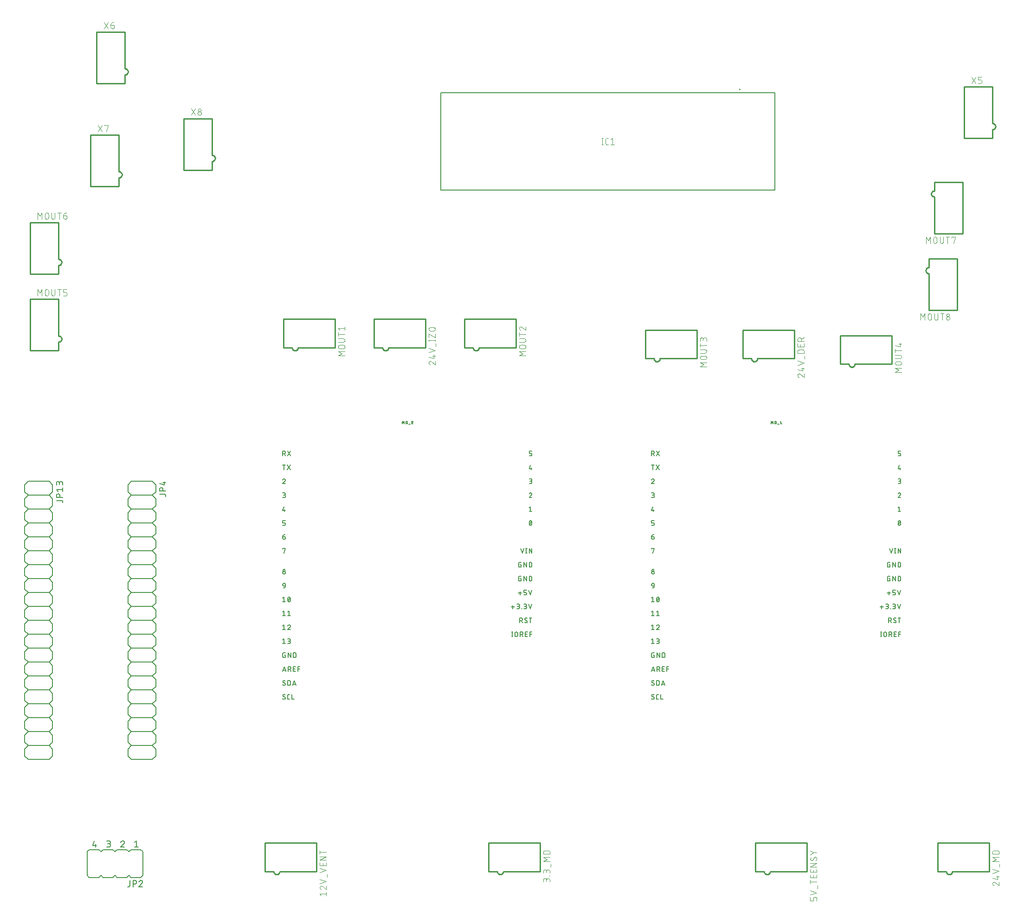
<source format=gbr>
G04 EAGLE Gerber RS-274X export*
G75*
%MOIN*%
%FSLAX34Y34*%
%LPD*%
%INSilkscreen Top*%
%IPPOS*%
%AMOC8*
5,1,8,0,0,1.08239X$1,22.5*%
G01*
%ADD10C,0.010000*%
%ADD11C,0.004000*%
%ADD12C,0.007874*%
%ADD13C,0.007874*%
%ADD14C,0.006000*%
%ADD15C,0.005000*%


D10*
X73772Y9524D02*
X73772Y7476D01*
X71134Y7476D01*
X70701Y7476D02*
X70071Y7476D01*
X70071Y9524D01*
X73772Y9524D01*
X71134Y7476D02*
X71132Y7448D01*
X71127Y7420D01*
X71117Y7393D01*
X71105Y7367D01*
X71089Y7344D01*
X71070Y7323D01*
X71049Y7304D01*
X71026Y7288D01*
X71000Y7276D01*
X70973Y7266D01*
X70945Y7261D01*
X70917Y7259D01*
X70889Y7261D01*
X70861Y7266D01*
X70834Y7276D01*
X70809Y7288D01*
X70785Y7304D01*
X70764Y7323D01*
X70745Y7344D01*
X70729Y7368D01*
X70717Y7393D01*
X70707Y7420D01*
X70702Y7448D01*
X70700Y7476D01*
D11*
X74020Y6600D02*
X74022Y6620D01*
X74027Y6639D01*
X74035Y6658D01*
X74047Y6674D01*
X74061Y6688D01*
X74078Y6700D01*
X74096Y6708D01*
X74115Y6713D01*
X74135Y6715D01*
X74020Y6600D02*
X74022Y6577D01*
X74027Y6554D01*
X74036Y6533D01*
X74048Y6513D01*
X74063Y6495D01*
X74081Y6480D01*
X74101Y6468D01*
X74122Y6459D01*
X74225Y6677D02*
X74210Y6690D01*
X74193Y6701D01*
X74174Y6709D01*
X74155Y6713D01*
X74135Y6715D01*
X74224Y6677D02*
X74480Y6459D01*
X74480Y6715D01*
X74378Y6909D02*
X74020Y7012D01*
X74378Y6909D02*
X74378Y7165D01*
X74276Y7088D02*
X74480Y7088D01*
X74480Y7487D02*
X74020Y7334D01*
X74020Y7641D02*
X74480Y7487D01*
X74531Y7790D02*
X74531Y7994D01*
X74480Y8189D02*
X74020Y8189D01*
X74276Y8342D01*
X74020Y8496D01*
X74480Y8496D01*
X74480Y8724D02*
X74020Y8724D01*
X74020Y8852D01*
X74022Y8872D01*
X74026Y8892D01*
X74034Y8910D01*
X74044Y8927D01*
X74057Y8943D01*
X74073Y8956D01*
X74090Y8966D01*
X74108Y8974D01*
X74128Y8978D01*
X74148Y8980D01*
X74352Y8980D01*
X74372Y8978D01*
X74392Y8974D01*
X74410Y8966D01*
X74427Y8956D01*
X74443Y8943D01*
X74456Y8927D01*
X74466Y8910D01*
X74474Y8892D01*
X74478Y8872D01*
X74480Y8852D01*
X74480Y8724D01*
D10*
X59772Y44358D02*
X59772Y46406D01*
X59772Y44358D02*
X57134Y44358D01*
X56701Y44358D02*
X56071Y44358D01*
X56071Y46406D01*
X59772Y46406D01*
X57134Y44358D02*
X57132Y44330D01*
X57127Y44302D01*
X57117Y44275D01*
X57105Y44250D01*
X57089Y44226D01*
X57070Y44205D01*
X57049Y44186D01*
X57026Y44170D01*
X57000Y44158D01*
X56973Y44148D01*
X56945Y44143D01*
X56917Y44141D01*
X56889Y44143D01*
X56861Y44148D01*
X56834Y44158D01*
X56809Y44170D01*
X56785Y44186D01*
X56764Y44205D01*
X56745Y44226D01*
X56729Y44250D01*
X56717Y44275D01*
X56707Y44302D01*
X56702Y44330D01*
X56700Y44358D01*
D11*
X60020Y43149D02*
X60022Y43169D01*
X60027Y43188D01*
X60035Y43207D01*
X60047Y43223D01*
X60061Y43237D01*
X60078Y43249D01*
X60096Y43257D01*
X60115Y43262D01*
X60135Y43264D01*
X60020Y43149D02*
X60022Y43126D01*
X60027Y43103D01*
X60036Y43082D01*
X60048Y43062D01*
X60063Y43044D01*
X60081Y43029D01*
X60101Y43017D01*
X60122Y43008D01*
X60225Y43226D02*
X60210Y43239D01*
X60193Y43250D01*
X60174Y43258D01*
X60155Y43262D01*
X60135Y43264D01*
X60224Y43226D02*
X60480Y43008D01*
X60480Y43264D01*
X60378Y43458D02*
X60020Y43561D01*
X60378Y43458D02*
X60378Y43714D01*
X60276Y43637D02*
X60480Y43637D01*
X60480Y44036D02*
X60020Y43883D01*
X60020Y44190D02*
X60480Y44036D01*
X60531Y44339D02*
X60531Y44543D01*
X60480Y44733D02*
X60020Y44733D01*
X60020Y44861D01*
X60022Y44881D01*
X60026Y44901D01*
X60034Y44919D01*
X60044Y44936D01*
X60057Y44952D01*
X60073Y44965D01*
X60090Y44975D01*
X60108Y44983D01*
X60128Y44987D01*
X60148Y44989D01*
X60352Y44989D01*
X60372Y44987D01*
X60392Y44983D01*
X60410Y44975D01*
X60427Y44965D01*
X60443Y44952D01*
X60456Y44936D01*
X60466Y44919D01*
X60474Y44901D01*
X60478Y44881D01*
X60480Y44861D01*
X60480Y44733D01*
X60480Y45214D02*
X60480Y45419D01*
X60480Y45214D02*
X60020Y45214D01*
X60020Y45419D01*
X60224Y45368D02*
X60224Y45214D01*
X60020Y45606D02*
X60480Y45606D01*
X60020Y45606D02*
X60020Y45734D01*
X60022Y45755D01*
X60027Y45776D01*
X60035Y45795D01*
X60047Y45813D01*
X60061Y45828D01*
X60078Y45841D01*
X60097Y45851D01*
X60117Y45858D01*
X60137Y45862D01*
X60159Y45862D01*
X60179Y45858D01*
X60199Y45851D01*
X60218Y45841D01*
X60235Y45828D01*
X60249Y45813D01*
X60261Y45795D01*
X60269Y45776D01*
X60274Y45755D01*
X60276Y45734D01*
X60276Y45606D01*
X60276Y45760D02*
X60480Y45862D01*
D10*
X33272Y45146D02*
X33272Y47193D01*
X33272Y45146D02*
X30634Y45146D01*
X30201Y45146D02*
X29571Y45146D01*
X29571Y47193D01*
X33272Y47193D01*
X30634Y45146D02*
X30632Y45118D01*
X30627Y45090D01*
X30617Y45063D01*
X30605Y45038D01*
X30589Y45014D01*
X30570Y44993D01*
X30549Y44974D01*
X30526Y44958D01*
X30500Y44946D01*
X30473Y44936D01*
X30445Y44931D01*
X30417Y44929D01*
X30389Y44931D01*
X30361Y44936D01*
X30334Y44946D01*
X30309Y44958D01*
X30285Y44974D01*
X30264Y44993D01*
X30245Y45014D01*
X30229Y45038D01*
X30217Y45063D01*
X30207Y45090D01*
X30202Y45118D01*
X30200Y45146D01*
D11*
X33520Y44057D02*
X33522Y44077D01*
X33527Y44096D01*
X33535Y44115D01*
X33547Y44131D01*
X33561Y44145D01*
X33578Y44157D01*
X33596Y44165D01*
X33615Y44170D01*
X33635Y44172D01*
X33520Y44057D02*
X33522Y44034D01*
X33527Y44011D01*
X33536Y43990D01*
X33548Y43970D01*
X33563Y43952D01*
X33581Y43937D01*
X33601Y43925D01*
X33622Y43916D01*
X33725Y44134D02*
X33710Y44147D01*
X33693Y44158D01*
X33674Y44166D01*
X33655Y44170D01*
X33635Y44172D01*
X33724Y44134D02*
X33980Y43916D01*
X33980Y44172D01*
X33878Y44366D02*
X33520Y44469D01*
X33878Y44366D02*
X33878Y44622D01*
X33776Y44545D02*
X33980Y44545D01*
X33980Y44944D02*
X33520Y44791D01*
X33520Y45097D02*
X33980Y44944D01*
X34031Y45247D02*
X34031Y45451D01*
X33980Y45664D02*
X33520Y45664D01*
X33980Y45613D02*
X33980Y45715D01*
X33520Y45715D02*
X33520Y45613D01*
X33520Y45881D02*
X33520Y46137D01*
X33980Y45881D01*
X33980Y46137D01*
X33852Y46343D02*
X33648Y46343D01*
X33648Y46342D02*
X33627Y46344D01*
X33606Y46349D01*
X33587Y46357D01*
X33569Y46369D01*
X33554Y46383D01*
X33541Y46400D01*
X33531Y46419D01*
X33524Y46439D01*
X33520Y46459D01*
X33520Y46481D01*
X33524Y46501D01*
X33531Y46521D01*
X33541Y46540D01*
X33554Y46557D01*
X33569Y46571D01*
X33587Y46583D01*
X33606Y46591D01*
X33627Y46596D01*
X33648Y46598D01*
X33852Y46598D01*
X33873Y46596D01*
X33894Y46591D01*
X33913Y46583D01*
X33931Y46571D01*
X33946Y46557D01*
X33959Y46540D01*
X33969Y46521D01*
X33976Y46501D01*
X33980Y46481D01*
X33980Y46459D01*
X33976Y46439D01*
X33969Y46419D01*
X33959Y46400D01*
X33946Y46383D01*
X33931Y46369D01*
X33913Y46357D01*
X33894Y46349D01*
X33873Y46344D01*
X33852Y46342D01*
X33878Y46547D02*
X33980Y46649D01*
D10*
X41512Y9524D02*
X41512Y7476D01*
X38874Y7476D01*
X38441Y7476D02*
X37811Y7476D01*
X37811Y9524D01*
X41512Y9524D01*
X38874Y7476D02*
X38872Y7448D01*
X38867Y7420D01*
X38857Y7393D01*
X38845Y7367D01*
X38829Y7344D01*
X38810Y7323D01*
X38789Y7304D01*
X38766Y7288D01*
X38740Y7276D01*
X38713Y7266D01*
X38685Y7261D01*
X38657Y7259D01*
X38629Y7261D01*
X38601Y7266D01*
X38574Y7276D01*
X38549Y7288D01*
X38525Y7304D01*
X38504Y7323D01*
X38485Y7344D01*
X38469Y7368D01*
X38457Y7393D01*
X38447Y7420D01*
X38442Y7448D01*
X38440Y7476D01*
D11*
X42220Y6857D02*
X42220Y6729D01*
X42220Y6857D02*
X42218Y6878D01*
X42213Y6899D01*
X42205Y6918D01*
X42193Y6936D01*
X42179Y6951D01*
X42162Y6964D01*
X42143Y6974D01*
X42123Y6981D01*
X42103Y6985D01*
X42081Y6985D01*
X42061Y6981D01*
X42041Y6974D01*
X42022Y6964D01*
X42005Y6951D01*
X41991Y6936D01*
X41979Y6918D01*
X41971Y6899D01*
X41966Y6878D01*
X41964Y6857D01*
X41760Y6883D02*
X41760Y6729D01*
X41760Y6883D02*
X41762Y6902D01*
X41767Y6920D01*
X41775Y6937D01*
X41787Y6952D01*
X41801Y6964D01*
X41817Y6974D01*
X41834Y6981D01*
X41853Y6985D01*
X41871Y6985D01*
X41890Y6981D01*
X41907Y6974D01*
X41923Y6964D01*
X41937Y6952D01*
X41949Y6937D01*
X41957Y6920D01*
X41962Y6902D01*
X41964Y6883D01*
X41965Y6883D02*
X41965Y6781D01*
X42195Y7159D02*
X42220Y7159D01*
X42195Y7159D02*
X42195Y7185D01*
X42220Y7185D01*
X42220Y7159D01*
X42220Y7359D02*
X42220Y7487D01*
X42218Y7508D01*
X42213Y7529D01*
X42205Y7548D01*
X42193Y7566D01*
X42179Y7581D01*
X42162Y7594D01*
X42143Y7604D01*
X42123Y7611D01*
X42103Y7615D01*
X42081Y7615D01*
X42061Y7611D01*
X42041Y7604D01*
X42022Y7594D01*
X42005Y7581D01*
X41991Y7566D01*
X41979Y7548D01*
X41971Y7529D01*
X41966Y7508D01*
X41964Y7487D01*
X41760Y7513D02*
X41760Y7359D01*
X41760Y7513D02*
X41762Y7532D01*
X41767Y7550D01*
X41775Y7567D01*
X41787Y7582D01*
X41801Y7594D01*
X41817Y7604D01*
X41834Y7611D01*
X41853Y7615D01*
X41871Y7615D01*
X41890Y7611D01*
X41907Y7604D01*
X41923Y7594D01*
X41937Y7582D01*
X41949Y7567D01*
X41957Y7550D01*
X41962Y7532D01*
X41964Y7513D01*
X41965Y7513D02*
X41965Y7411D01*
X42271Y7790D02*
X42271Y7994D01*
X42220Y8189D02*
X41760Y8189D01*
X42016Y8342D01*
X41760Y8496D01*
X42220Y8496D01*
X42220Y8724D02*
X41760Y8724D01*
X41760Y8852D01*
X41762Y8872D01*
X41766Y8892D01*
X41774Y8910D01*
X41784Y8927D01*
X41797Y8943D01*
X41813Y8956D01*
X41830Y8966D01*
X41848Y8974D01*
X41868Y8978D01*
X41888Y8980D01*
X42092Y8980D01*
X42112Y8978D01*
X42132Y8974D01*
X42150Y8966D01*
X42167Y8956D01*
X42183Y8943D01*
X42196Y8927D01*
X42206Y8910D01*
X42214Y8892D01*
X42218Y8872D01*
X42220Y8852D01*
X42220Y8724D01*
D10*
X60685Y9524D02*
X60685Y7476D01*
X58047Y7476D01*
X57614Y7476D02*
X56984Y7476D01*
X56984Y9524D01*
X60685Y9524D01*
X58048Y7476D02*
X58046Y7448D01*
X58041Y7420D01*
X58031Y7393D01*
X58019Y7367D01*
X58003Y7344D01*
X57984Y7323D01*
X57963Y7304D01*
X57940Y7288D01*
X57914Y7276D01*
X57887Y7266D01*
X57859Y7261D01*
X57831Y7259D01*
X57803Y7261D01*
X57775Y7266D01*
X57748Y7276D01*
X57723Y7288D01*
X57699Y7304D01*
X57678Y7323D01*
X57659Y7344D01*
X57643Y7368D01*
X57631Y7393D01*
X57621Y7420D01*
X57616Y7448D01*
X57614Y7476D01*
D11*
X61393Y5522D02*
X61393Y5369D01*
X61393Y5522D02*
X61391Y5540D01*
X61387Y5557D01*
X61379Y5573D01*
X61369Y5588D01*
X61357Y5600D01*
X61342Y5610D01*
X61326Y5618D01*
X61309Y5622D01*
X61291Y5624D01*
X61240Y5624D01*
X61222Y5622D01*
X61205Y5618D01*
X61189Y5610D01*
X61174Y5600D01*
X61162Y5588D01*
X61152Y5573D01*
X61144Y5557D01*
X61140Y5540D01*
X61138Y5522D01*
X61138Y5369D01*
X60933Y5369D01*
X60933Y5624D01*
X60933Y5793D02*
X61393Y5947D01*
X60933Y6100D01*
X61444Y6249D02*
X61444Y6454D01*
X61393Y6727D02*
X60933Y6727D01*
X60933Y6854D02*
X60933Y6599D01*
X61393Y7035D02*
X61393Y7239D01*
X61393Y7035D02*
X60933Y7035D01*
X60933Y7239D01*
X61138Y7188D02*
X61138Y7035D01*
X61393Y7425D02*
X61393Y7629D01*
X61393Y7425D02*
X60933Y7425D01*
X60933Y7629D01*
X61138Y7578D02*
X61138Y7425D01*
X60933Y7814D02*
X61393Y7814D01*
X61393Y8069D02*
X60933Y7814D01*
X60933Y8069D02*
X61393Y8069D01*
X61393Y8417D02*
X61391Y8435D01*
X61387Y8452D01*
X61379Y8468D01*
X61369Y8483D01*
X61357Y8495D01*
X61342Y8505D01*
X61326Y8513D01*
X61309Y8517D01*
X61291Y8519D01*
X61393Y8417D02*
X61391Y8389D01*
X61386Y8361D01*
X61376Y8334D01*
X61364Y8308D01*
X61348Y8285D01*
X61329Y8264D01*
X61036Y8277D02*
X61018Y8279D01*
X61001Y8283D01*
X60985Y8291D01*
X60970Y8301D01*
X60958Y8313D01*
X60948Y8328D01*
X60940Y8344D01*
X60936Y8361D01*
X60934Y8379D01*
X60933Y8379D02*
X60935Y8404D01*
X60939Y8428D01*
X60947Y8451D01*
X60958Y8474D01*
X60971Y8494D01*
X61036Y8276D02*
X61054Y8278D01*
X61071Y8282D01*
X61088Y8290D01*
X61102Y8300D01*
X61115Y8313D01*
X61126Y8327D01*
X61201Y8469D02*
X61212Y8483D01*
X61225Y8496D01*
X61239Y8506D01*
X61256Y8514D01*
X61273Y8518D01*
X61291Y8520D01*
X61202Y8468D02*
X61125Y8328D01*
X60933Y8673D02*
X61151Y8827D01*
X60933Y8980D01*
X61151Y8827D02*
X61393Y8827D01*
D12*
X58394Y63469D02*
X34394Y63469D01*
X34394Y56469D01*
X58394Y56469D01*
X58394Y63469D01*
D13*
X55894Y63717D03*
D12*
X55892Y63725D01*
X55888Y63731D01*
X55882Y63735D01*
X55874Y63737D01*
X55866Y63735D01*
X55860Y63731D01*
X55856Y63725D01*
X55854Y63717D01*
D13*
X55854Y63717D03*
D12*
X55856Y63709D01*
X55860Y63703D01*
X55866Y63699D01*
X55874Y63697D01*
X55882Y63699D01*
X55888Y63703D01*
X55892Y63709D01*
X55894Y63717D01*
D13*
X55894Y63717D03*
D12*
X55892Y63725D01*
X55888Y63731D01*
X55882Y63735D01*
X55874Y63737D01*
X55866Y63735D01*
X55860Y63731D01*
X55856Y63725D01*
X55854Y63717D01*
D11*
X45988Y60199D02*
X45988Y59739D01*
X45937Y59739D02*
X46039Y59739D01*
X46039Y60199D02*
X45937Y60199D01*
X46321Y59739D02*
X46423Y59739D01*
X46321Y59739D02*
X46303Y59741D01*
X46286Y59745D01*
X46270Y59753D01*
X46255Y59763D01*
X46243Y59775D01*
X46233Y59790D01*
X46225Y59806D01*
X46221Y59823D01*
X46219Y59841D01*
X46219Y60096D01*
X46221Y60116D01*
X46227Y60135D01*
X46236Y60153D01*
X46249Y60168D01*
X46264Y60181D01*
X46282Y60190D01*
X46301Y60196D01*
X46321Y60198D01*
X46321Y60199D02*
X46423Y60199D01*
X46595Y60096D02*
X46723Y60199D01*
X46723Y59739D01*
X46595Y59739D02*
X46851Y59739D01*
D14*
X4750Y35531D02*
X4500Y35281D01*
X4500Y34781D01*
X4750Y34531D01*
X4500Y34281D01*
X4500Y33781D01*
X4750Y33531D01*
X4500Y33281D01*
X4500Y32781D01*
X4750Y32531D01*
X4500Y32281D01*
X4500Y31781D01*
X4750Y31531D01*
X4500Y31281D01*
X4500Y30781D01*
X4750Y30531D01*
X4500Y30281D01*
X4500Y29781D01*
X4750Y29531D01*
X4750Y35531D02*
X6250Y35531D01*
X6500Y35281D01*
X6500Y34781D01*
X6250Y34531D01*
X6500Y34281D01*
X6500Y33781D01*
X6250Y33531D01*
X6500Y33281D01*
X6500Y32781D01*
X6250Y32531D01*
X6500Y32281D01*
X6500Y31781D01*
X6250Y31531D01*
X6500Y31281D01*
X6500Y30781D01*
X6250Y30531D01*
X6500Y30281D01*
X6500Y29781D01*
X6250Y29531D01*
X6500Y29281D01*
X6500Y28781D01*
X6250Y28531D01*
X6500Y28281D01*
X6500Y27781D01*
X6250Y27531D01*
X6500Y27281D01*
X6500Y26781D01*
X6250Y26531D01*
X6500Y26281D01*
X6500Y25781D01*
X6250Y25531D01*
X6500Y25281D01*
X6500Y24781D01*
X6250Y24531D01*
X6500Y24281D01*
X6500Y23781D01*
X6250Y23531D01*
X6500Y23281D01*
X6500Y22781D01*
X6250Y22531D01*
X6500Y22281D01*
X6500Y21781D01*
X6250Y21531D01*
X6500Y21281D01*
X6500Y20781D01*
X6250Y20531D01*
X6500Y20281D01*
X6500Y19781D01*
X6250Y19531D01*
X6500Y19281D01*
X6500Y18781D01*
X6250Y18531D01*
X6500Y18281D01*
X6500Y17781D01*
X6250Y17531D01*
X6500Y17281D01*
X6500Y16781D01*
X6250Y16531D01*
X4750Y16531D02*
X4500Y16781D01*
X4500Y17281D01*
X4750Y17531D01*
X4500Y17781D01*
X4500Y18281D01*
X4750Y18531D01*
X4500Y18781D01*
X4500Y19281D01*
X4750Y19531D01*
X4500Y19781D01*
X4500Y20281D01*
X4750Y20531D01*
X4500Y20781D01*
X4500Y21281D01*
X4750Y21531D01*
X4500Y21781D01*
X4500Y22281D01*
X4750Y22531D01*
X4500Y22781D01*
X4500Y23281D01*
X4750Y23531D01*
X4500Y23781D01*
X4500Y24281D01*
X4750Y24531D01*
X4500Y24781D01*
X4500Y25281D01*
X4750Y25531D01*
X4500Y25781D01*
X4500Y26281D01*
X4750Y26531D01*
X4500Y26781D01*
X4500Y27281D01*
X4750Y27531D01*
X4500Y27781D01*
X4500Y28281D01*
X4750Y28531D01*
X4500Y28781D01*
X4500Y29281D01*
X4750Y29531D01*
X4750Y34531D02*
X6250Y34531D01*
X6250Y33531D02*
X4750Y33531D01*
X4750Y32531D02*
X6250Y32531D01*
X6250Y31531D02*
X4750Y31531D01*
X4750Y30531D02*
X6250Y30531D01*
X6250Y29531D02*
X4750Y29531D01*
X4750Y28531D02*
X6250Y28531D01*
X6250Y27531D02*
X4750Y27531D01*
X4750Y26531D02*
X6250Y26531D01*
X6250Y25531D02*
X4750Y25531D01*
X4750Y24531D02*
X6250Y24531D01*
X6250Y23531D02*
X4750Y23531D01*
X4750Y22531D02*
X6250Y22531D01*
X6250Y21531D02*
X4750Y21531D01*
X4750Y20531D02*
X6250Y20531D01*
X6250Y19531D02*
X4750Y19531D01*
X4750Y18531D02*
X6250Y18531D01*
X6250Y17531D02*
X4750Y17531D01*
X4750Y16531D02*
X6250Y16531D01*
X6500Y16281D01*
X6500Y15781D01*
X6250Y15531D01*
X4750Y15531D02*
X4500Y15781D01*
X4500Y16281D01*
X4750Y16531D01*
X4750Y15531D02*
X6250Y15531D01*
D15*
X6775Y34144D02*
X7125Y34144D01*
X7142Y34142D01*
X7159Y34138D01*
X7175Y34131D01*
X7189Y34121D01*
X7202Y34108D01*
X7212Y34094D01*
X7219Y34078D01*
X7223Y34061D01*
X7225Y34044D01*
X7225Y33994D01*
X7225Y34379D02*
X6775Y34379D01*
X6775Y34504D01*
X6777Y34525D01*
X6782Y34545D01*
X6790Y34563D01*
X6801Y34581D01*
X6815Y34596D01*
X6832Y34609D01*
X6850Y34618D01*
X6869Y34625D01*
X6890Y34629D01*
X6910Y34629D01*
X6931Y34625D01*
X6950Y34618D01*
X6968Y34609D01*
X6985Y34596D01*
X6999Y34581D01*
X7010Y34563D01*
X7018Y34545D01*
X7023Y34525D01*
X7025Y34504D01*
X7025Y34379D01*
X6875Y34806D02*
X6775Y34931D01*
X7225Y34931D01*
X7225Y34806D02*
X7225Y35056D01*
X7225Y35256D02*
X7225Y35381D01*
X7223Y35402D01*
X7218Y35422D01*
X7210Y35440D01*
X7199Y35458D01*
X7185Y35473D01*
X7168Y35486D01*
X7150Y35495D01*
X7131Y35502D01*
X7110Y35506D01*
X7090Y35506D01*
X7069Y35502D01*
X7050Y35495D01*
X7032Y35486D01*
X7015Y35473D01*
X7001Y35458D01*
X6990Y35440D01*
X6982Y35422D01*
X6977Y35402D01*
X6975Y35381D01*
X6775Y35406D02*
X6775Y35256D01*
X6775Y35406D02*
X6777Y35424D01*
X6782Y35442D01*
X6790Y35459D01*
X6801Y35473D01*
X6815Y35486D01*
X6830Y35496D01*
X6848Y35502D01*
X6866Y35506D01*
X6884Y35506D01*
X6902Y35502D01*
X6920Y35496D01*
X6935Y35486D01*
X6949Y35473D01*
X6960Y35459D01*
X6968Y35442D01*
X6973Y35424D01*
X6975Y35406D01*
X6975Y35306D01*
D14*
X11909Y35285D02*
X12159Y35535D01*
X11909Y35285D02*
X11909Y34785D01*
X12159Y34535D01*
X11909Y34285D01*
X11909Y33785D01*
X12159Y33535D01*
X11909Y33285D01*
X11909Y32785D01*
X12159Y32535D01*
X11909Y32285D01*
X11909Y31785D01*
X12159Y31535D01*
X11909Y31285D01*
X11909Y30785D01*
X12159Y30535D01*
X11909Y30285D01*
X11909Y29785D01*
X12159Y29535D01*
X12159Y35535D02*
X13659Y35535D01*
X13909Y35285D01*
X13909Y34785D01*
X13659Y34535D01*
X13909Y34285D01*
X13909Y33785D01*
X13659Y33535D01*
X13909Y33285D01*
X13909Y32785D01*
X13659Y32535D01*
X13909Y32285D01*
X13909Y31785D01*
X13659Y31535D01*
X13909Y31285D01*
X13909Y30785D01*
X13659Y30535D01*
X13909Y30285D01*
X13909Y29785D01*
X13659Y29535D01*
X13909Y29285D01*
X13909Y28785D01*
X13659Y28535D01*
X13909Y28285D01*
X13909Y27785D01*
X13659Y27535D01*
X13909Y27285D01*
X13909Y26785D01*
X13659Y26535D01*
X13909Y26285D01*
X13909Y25785D01*
X13659Y25535D01*
X13909Y25285D01*
X13909Y24785D01*
X13659Y24535D01*
X13909Y24285D01*
X13909Y23785D01*
X13659Y23535D01*
X13909Y23285D01*
X13909Y22785D01*
X13659Y22535D01*
X13909Y22285D01*
X13909Y21785D01*
X13659Y21535D01*
X13909Y21285D01*
X13909Y20785D01*
X13659Y20535D01*
X13909Y20285D01*
X13909Y19785D01*
X13659Y19535D01*
X13909Y19285D01*
X13909Y18785D01*
X13659Y18535D01*
X13909Y18285D01*
X13909Y17785D01*
X13659Y17535D01*
X13909Y17285D01*
X13909Y16785D01*
X13659Y16535D01*
X12159Y16535D02*
X11909Y16785D01*
X11909Y17285D01*
X12159Y17535D01*
X11909Y17785D01*
X11909Y18285D01*
X12159Y18535D01*
X11909Y18785D01*
X11909Y19285D01*
X12159Y19535D01*
X11909Y19785D01*
X11909Y20285D01*
X12159Y20535D01*
X11909Y20785D01*
X11909Y21285D01*
X12159Y21535D01*
X11909Y21785D01*
X11909Y22285D01*
X12159Y22535D01*
X11909Y22785D01*
X11909Y23285D01*
X12159Y23535D01*
X11909Y23785D01*
X11909Y24285D01*
X12159Y24535D01*
X11909Y24785D01*
X11909Y25285D01*
X12159Y25535D01*
X11909Y25785D01*
X11909Y26285D01*
X12159Y26535D01*
X11909Y26785D01*
X11909Y27285D01*
X12159Y27535D01*
X11909Y27785D01*
X11909Y28285D01*
X12159Y28535D01*
X11909Y28785D01*
X11909Y29285D01*
X12159Y29535D01*
X12159Y34535D02*
X13659Y34535D01*
X13659Y33535D02*
X12159Y33535D01*
X12159Y32535D02*
X13659Y32535D01*
X13659Y31535D02*
X12159Y31535D01*
X12159Y30535D02*
X13659Y30535D01*
X13659Y29535D02*
X12159Y29535D01*
X12159Y28535D02*
X13659Y28535D01*
X13659Y27535D02*
X12159Y27535D01*
X12159Y26535D02*
X13659Y26535D01*
X13659Y25535D02*
X12159Y25535D01*
X12159Y24535D02*
X13659Y24535D01*
X13659Y23535D02*
X12159Y23535D01*
X12159Y22535D02*
X13659Y22535D01*
X13659Y21535D02*
X12159Y21535D01*
X12159Y20535D02*
X13659Y20535D01*
X13659Y19535D02*
X12159Y19535D01*
X12159Y18535D02*
X13659Y18535D01*
X13659Y17535D02*
X12159Y17535D01*
X12159Y16535D02*
X13659Y16535D01*
X13909Y16285D01*
X13909Y15785D01*
X13659Y15535D01*
X12159Y15535D02*
X11909Y15785D01*
X11909Y16285D01*
X12159Y16535D01*
X12159Y15535D02*
X13659Y15535D01*
D15*
X14184Y34597D02*
X14534Y34597D01*
X14551Y34595D01*
X14568Y34591D01*
X14584Y34584D01*
X14598Y34574D01*
X14611Y34561D01*
X14621Y34547D01*
X14628Y34531D01*
X14632Y34514D01*
X14634Y34497D01*
X14634Y34447D01*
X14634Y34833D02*
X14184Y34833D01*
X14184Y34958D01*
X14186Y34979D01*
X14191Y34999D01*
X14199Y35017D01*
X14210Y35035D01*
X14224Y35050D01*
X14241Y35063D01*
X14259Y35072D01*
X14278Y35079D01*
X14299Y35083D01*
X14319Y35083D01*
X14340Y35079D01*
X14359Y35072D01*
X14377Y35063D01*
X14394Y35050D01*
X14408Y35035D01*
X14419Y35017D01*
X14427Y34999D01*
X14432Y34979D01*
X14434Y34958D01*
X14434Y34833D01*
X14534Y35260D02*
X14184Y35360D01*
X14534Y35260D02*
X14534Y35510D01*
X14434Y35435D02*
X14634Y35435D01*
D14*
X66600Y28550D02*
X66657Y28550D01*
X66657Y28361D01*
X66544Y28361D01*
X66529Y28362D01*
X66515Y28367D01*
X66502Y28374D01*
X66490Y28383D01*
X66481Y28395D01*
X66474Y28408D01*
X66469Y28422D01*
X66468Y28437D01*
X66468Y28626D01*
X66470Y28643D01*
X66476Y28659D01*
X66485Y28673D01*
X66497Y28685D01*
X66511Y28694D01*
X66527Y28700D01*
X66544Y28702D01*
X66544Y28701D02*
X66657Y28701D01*
X66852Y28701D02*
X66852Y28361D01*
X67041Y28361D02*
X66852Y28701D01*
X67041Y28701D02*
X67041Y28361D01*
X67236Y28361D02*
X67236Y28701D01*
X67331Y28701D01*
X67349Y28699D01*
X67367Y28694D01*
X67383Y28685D01*
X67397Y28673D01*
X67409Y28659D01*
X67418Y28643D01*
X67423Y28625D01*
X67425Y28607D01*
X67425Y28456D01*
X67423Y28438D01*
X67418Y28420D01*
X67409Y28404D01*
X67397Y28390D01*
X67383Y28378D01*
X67367Y28369D01*
X67349Y28364D01*
X67331Y28362D01*
X67331Y28361D02*
X67236Y28361D01*
X66657Y29550D02*
X66600Y29550D01*
X66657Y29550D02*
X66657Y29361D01*
X66544Y29361D01*
X66529Y29362D01*
X66515Y29367D01*
X66502Y29374D01*
X66490Y29383D01*
X66481Y29395D01*
X66474Y29408D01*
X66469Y29422D01*
X66468Y29437D01*
X66468Y29626D01*
X66470Y29643D01*
X66476Y29659D01*
X66485Y29673D01*
X66497Y29685D01*
X66511Y29694D01*
X66527Y29700D01*
X66544Y29702D01*
X66544Y29701D02*
X66657Y29701D01*
X66852Y29701D02*
X66852Y29361D01*
X67041Y29361D02*
X66852Y29701D01*
X67041Y29701D02*
X67041Y29361D01*
X67236Y29361D02*
X67236Y29701D01*
X67331Y29701D01*
X67349Y29699D01*
X67367Y29694D01*
X67383Y29685D01*
X67397Y29673D01*
X67409Y29659D01*
X67418Y29643D01*
X67423Y29625D01*
X67425Y29607D01*
X67425Y29456D01*
X67423Y29438D01*
X67418Y29420D01*
X67409Y29404D01*
X67397Y29390D01*
X67383Y29378D01*
X67367Y29369D01*
X67349Y29364D01*
X67331Y29362D01*
X67331Y29361D02*
X67236Y29361D01*
X66681Y27494D02*
X66454Y27494D01*
X66568Y27607D02*
X66568Y27380D01*
X66857Y27361D02*
X66971Y27361D01*
X66986Y27362D01*
X67000Y27367D01*
X67013Y27374D01*
X67025Y27383D01*
X67034Y27395D01*
X67041Y27408D01*
X67046Y27422D01*
X67047Y27437D01*
X67046Y27437D02*
X67046Y27475D01*
X67047Y27475D02*
X67046Y27490D01*
X67041Y27504D01*
X67034Y27517D01*
X67025Y27529D01*
X67013Y27538D01*
X67000Y27545D01*
X66986Y27550D01*
X66971Y27551D01*
X66971Y27550D02*
X66857Y27550D01*
X66857Y27701D01*
X67046Y27701D01*
X67198Y27701D02*
X67312Y27361D01*
X67425Y27701D01*
X66567Y25701D02*
X66567Y25361D01*
X66567Y25701D02*
X66662Y25701D01*
X66680Y25699D01*
X66698Y25694D01*
X66714Y25685D01*
X66728Y25673D01*
X66740Y25659D01*
X66749Y25643D01*
X66754Y25625D01*
X66756Y25607D01*
X66754Y25589D01*
X66749Y25571D01*
X66740Y25555D01*
X66728Y25541D01*
X66714Y25529D01*
X66698Y25520D01*
X66680Y25515D01*
X66662Y25513D01*
X66567Y25513D01*
X66681Y25513D02*
X66756Y25361D01*
X67025Y25361D02*
X67042Y25363D01*
X67058Y25369D01*
X67072Y25378D01*
X67084Y25390D01*
X67093Y25404D01*
X67099Y25420D01*
X67101Y25437D01*
X67025Y25361D02*
X67004Y25362D01*
X66983Y25367D01*
X66963Y25373D01*
X66945Y25383D01*
X66927Y25394D01*
X66911Y25408D01*
X66921Y25626D02*
X66922Y25641D01*
X66927Y25655D01*
X66934Y25668D01*
X66943Y25680D01*
X66955Y25689D01*
X66968Y25696D01*
X66982Y25701D01*
X66997Y25702D01*
X67020Y25700D01*
X67042Y25695D01*
X67063Y25686D01*
X67082Y25674D01*
X66959Y25560D02*
X66946Y25569D01*
X66935Y25581D01*
X66928Y25595D01*
X66923Y25610D01*
X66921Y25626D01*
X67063Y25503D02*
X67076Y25494D01*
X67087Y25482D01*
X67094Y25468D01*
X67099Y25453D01*
X67101Y25437D01*
X67063Y25503D02*
X66959Y25560D01*
X67331Y25701D02*
X67331Y25361D01*
X67425Y25701D02*
X67236Y25701D01*
X66743Y30361D02*
X66629Y30701D01*
X66856Y30701D02*
X66743Y30361D01*
X67031Y30361D02*
X67031Y30701D01*
X66993Y30361D02*
X67068Y30361D01*
X67068Y30701D02*
X66993Y30701D01*
X67236Y30701D02*
X67236Y30361D01*
X67425Y30361D02*
X67236Y30701D01*
X67425Y30701D02*
X67425Y30361D01*
X66177Y26494D02*
X65950Y26494D01*
X66064Y26607D02*
X66064Y26380D01*
X66353Y26361D02*
X66448Y26361D01*
X66448Y26362D02*
X66466Y26364D01*
X66484Y26369D01*
X66500Y26378D01*
X66514Y26390D01*
X66526Y26404D01*
X66535Y26420D01*
X66540Y26438D01*
X66542Y26456D01*
X66540Y26474D01*
X66535Y26492D01*
X66526Y26508D01*
X66514Y26522D01*
X66500Y26534D01*
X66484Y26543D01*
X66466Y26548D01*
X66448Y26550D01*
X66467Y26701D02*
X66353Y26701D01*
X66467Y26702D02*
X66483Y26700D01*
X66498Y26695D01*
X66512Y26687D01*
X66523Y26677D01*
X66533Y26664D01*
X66539Y26649D01*
X66543Y26634D01*
X66543Y26618D01*
X66539Y26603D01*
X66533Y26588D01*
X66523Y26575D01*
X66512Y26565D01*
X66498Y26557D01*
X66483Y26552D01*
X66467Y26550D01*
X66391Y26550D01*
X66690Y26380D02*
X66690Y26361D01*
X66690Y26380D02*
X66709Y26380D01*
X66709Y26361D01*
X66690Y26361D01*
X66857Y26361D02*
X66952Y26361D01*
X66952Y26362D02*
X66970Y26364D01*
X66988Y26369D01*
X67004Y26378D01*
X67018Y26390D01*
X67030Y26404D01*
X67039Y26420D01*
X67044Y26438D01*
X67046Y26456D01*
X67044Y26474D01*
X67039Y26492D01*
X67030Y26508D01*
X67018Y26522D01*
X67004Y26534D01*
X66988Y26543D01*
X66970Y26548D01*
X66952Y26550D01*
X66971Y26701D02*
X66857Y26701D01*
X66971Y26702D02*
X66987Y26700D01*
X67002Y26695D01*
X67016Y26687D01*
X67027Y26677D01*
X67037Y26664D01*
X67043Y26649D01*
X67047Y26634D01*
X67047Y26618D01*
X67043Y26603D01*
X67037Y26588D01*
X67027Y26575D01*
X67016Y26565D01*
X67002Y26557D01*
X66987Y26552D01*
X66971Y26550D01*
X66895Y26550D01*
X67198Y26701D02*
X67312Y26361D01*
X67425Y26701D01*
X67236Y32531D02*
X67238Y32563D01*
X67243Y32594D01*
X67252Y32624D01*
X67264Y32654D01*
X67265Y32655D02*
X67271Y32668D01*
X67279Y32679D01*
X67290Y32689D01*
X67303Y32696D01*
X67317Y32701D01*
X67331Y32702D01*
X67345Y32701D01*
X67359Y32696D01*
X67372Y32689D01*
X67383Y32679D01*
X67391Y32668D01*
X67397Y32655D01*
X67397Y32654D02*
X67409Y32624D01*
X67418Y32594D01*
X67423Y32563D01*
X67425Y32531D01*
X67236Y32531D02*
X67238Y32499D01*
X67243Y32468D01*
X67252Y32438D01*
X67264Y32408D01*
X67265Y32408D02*
X67271Y32395D01*
X67279Y32384D01*
X67290Y32374D01*
X67303Y32367D01*
X67317Y32362D01*
X67331Y32361D01*
X67397Y32408D02*
X67409Y32438D01*
X67418Y32468D01*
X67423Y32499D01*
X67425Y32531D01*
X67397Y32408D02*
X67391Y32395D01*
X67383Y32384D01*
X67372Y32374D01*
X67359Y32367D01*
X67345Y32362D01*
X67331Y32361D01*
X67255Y32437D02*
X67406Y32626D01*
X67236Y33626D02*
X67331Y33701D01*
X67331Y33361D01*
X67425Y33361D02*
X67236Y33361D01*
X67425Y34616D02*
X67423Y34633D01*
X67419Y34649D01*
X67411Y34663D01*
X67400Y34676D01*
X67387Y34687D01*
X67373Y34695D01*
X67357Y34699D01*
X67340Y34701D01*
X67321Y34699D01*
X67302Y34694D01*
X67284Y34686D01*
X67268Y34674D01*
X67255Y34660D01*
X67244Y34644D01*
X67236Y34626D01*
X67397Y34550D02*
X67409Y34564D01*
X67418Y34580D01*
X67423Y34598D01*
X67425Y34616D01*
X67397Y34550D02*
X67236Y34361D01*
X67425Y34361D01*
X67331Y35361D02*
X67236Y35361D01*
X67331Y35362D02*
X67349Y35364D01*
X67367Y35369D01*
X67383Y35378D01*
X67397Y35390D01*
X67409Y35404D01*
X67418Y35420D01*
X67423Y35438D01*
X67425Y35456D01*
X67423Y35474D01*
X67418Y35492D01*
X67409Y35508D01*
X67397Y35522D01*
X67383Y35534D01*
X67367Y35543D01*
X67349Y35548D01*
X67331Y35550D01*
X67349Y35701D02*
X67236Y35701D01*
X67349Y35702D02*
X67365Y35700D01*
X67380Y35695D01*
X67394Y35687D01*
X67405Y35677D01*
X67415Y35664D01*
X67421Y35649D01*
X67425Y35634D01*
X67425Y35618D01*
X67421Y35603D01*
X67415Y35588D01*
X67405Y35575D01*
X67394Y35565D01*
X67380Y35557D01*
X67365Y35552D01*
X67349Y35550D01*
X67274Y35550D01*
X67236Y36437D02*
X67312Y36701D01*
X67236Y36437D02*
X67425Y36437D01*
X67368Y36513D02*
X67368Y36361D01*
X67349Y37361D02*
X67236Y37361D01*
X67349Y37361D02*
X67364Y37362D01*
X67378Y37367D01*
X67391Y37374D01*
X67403Y37383D01*
X67412Y37395D01*
X67419Y37408D01*
X67424Y37422D01*
X67425Y37437D01*
X67425Y37475D01*
X67424Y37490D01*
X67419Y37504D01*
X67412Y37517D01*
X67403Y37529D01*
X67391Y37538D01*
X67378Y37545D01*
X67364Y37550D01*
X67349Y37551D01*
X67349Y37550D02*
X67236Y37550D01*
X67236Y37701D01*
X67425Y37701D01*
X49719Y23050D02*
X49662Y23050D01*
X49719Y23050D02*
X49719Y22861D01*
X49606Y22861D01*
X49591Y22862D01*
X49577Y22867D01*
X49564Y22874D01*
X49552Y22883D01*
X49543Y22895D01*
X49536Y22908D01*
X49531Y22922D01*
X49530Y22937D01*
X49530Y23126D01*
X49532Y23143D01*
X49538Y23159D01*
X49547Y23173D01*
X49559Y23185D01*
X49573Y23194D01*
X49589Y23200D01*
X49606Y23202D01*
X49606Y23201D02*
X49719Y23201D01*
X49914Y23201D02*
X49914Y22861D01*
X50103Y22861D02*
X49914Y23201D01*
X50103Y23201D02*
X50103Y22861D01*
X50298Y22861D02*
X50298Y23201D01*
X50392Y23201D01*
X50410Y23199D01*
X50428Y23194D01*
X50444Y23185D01*
X50458Y23173D01*
X50470Y23159D01*
X50479Y23143D01*
X50484Y23125D01*
X50486Y23107D01*
X50487Y23107D02*
X50487Y22956D01*
X50486Y22956D02*
X50484Y22938D01*
X50479Y22920D01*
X50470Y22904D01*
X50458Y22890D01*
X50444Y22878D01*
X50428Y22869D01*
X50410Y22864D01*
X50392Y22862D01*
X50392Y22861D02*
X50298Y22861D01*
X49530Y24126D02*
X49624Y24201D01*
X49624Y23861D01*
X49530Y23861D02*
X49719Y23861D01*
X49890Y23861D02*
X49984Y23861D01*
X49984Y23862D02*
X50002Y23864D01*
X50020Y23869D01*
X50036Y23878D01*
X50050Y23890D01*
X50062Y23904D01*
X50071Y23920D01*
X50076Y23938D01*
X50078Y23956D01*
X50076Y23974D01*
X50071Y23992D01*
X50062Y24008D01*
X50050Y24022D01*
X50036Y24034D01*
X50020Y24043D01*
X50002Y24048D01*
X49984Y24050D01*
X50003Y24201D02*
X49890Y24201D01*
X50003Y24202D02*
X50019Y24200D01*
X50034Y24195D01*
X50048Y24187D01*
X50059Y24177D01*
X50069Y24164D01*
X50075Y24149D01*
X50079Y24134D01*
X50079Y24118D01*
X50075Y24103D01*
X50069Y24088D01*
X50059Y24075D01*
X50048Y24065D01*
X50034Y24057D01*
X50019Y24052D01*
X50003Y24050D01*
X49928Y24050D01*
X49530Y25126D02*
X49624Y25201D01*
X49624Y24861D01*
X49530Y24861D02*
X49719Y24861D01*
X49994Y25201D02*
X50011Y25199D01*
X50027Y25195D01*
X50041Y25187D01*
X50054Y25176D01*
X50065Y25163D01*
X50073Y25149D01*
X50077Y25133D01*
X50079Y25116D01*
X49994Y25201D02*
X49975Y25199D01*
X49956Y25194D01*
X49938Y25186D01*
X49922Y25174D01*
X49909Y25160D01*
X49898Y25144D01*
X49890Y25126D01*
X50051Y25050D02*
X50063Y25064D01*
X50072Y25080D01*
X50077Y25098D01*
X50079Y25116D01*
X50051Y25050D02*
X49890Y24861D01*
X50079Y24861D01*
X49530Y26126D02*
X49624Y26201D01*
X49624Y25861D01*
X49530Y25861D02*
X49719Y25861D01*
X49890Y26126D02*
X49984Y26201D01*
X49984Y25861D01*
X49890Y25861D02*
X50079Y25861D01*
X49643Y22201D02*
X49530Y21861D01*
X49757Y21861D02*
X49643Y22201D01*
X49728Y21946D02*
X49558Y21946D01*
X49924Y21861D02*
X49924Y22201D01*
X50019Y22201D01*
X50037Y22199D01*
X50055Y22194D01*
X50071Y22185D01*
X50085Y22173D01*
X50097Y22159D01*
X50106Y22143D01*
X50111Y22125D01*
X50113Y22107D01*
X50111Y22089D01*
X50106Y22071D01*
X50097Y22055D01*
X50085Y22041D01*
X50071Y22029D01*
X50055Y22020D01*
X50037Y22015D01*
X50019Y22013D01*
X49924Y22013D01*
X50038Y22013D02*
X50113Y21861D01*
X50294Y21861D02*
X50445Y21861D01*
X50294Y21861D02*
X50294Y22201D01*
X50445Y22201D01*
X50407Y22050D02*
X50294Y22050D01*
X50606Y22201D02*
X50606Y21861D01*
X50606Y22201D02*
X50757Y22201D01*
X50757Y22050D02*
X50606Y22050D01*
X49530Y27126D02*
X49624Y27201D01*
X49624Y26861D01*
X49530Y26861D02*
X49719Y26861D01*
X49890Y27031D02*
X49892Y27063D01*
X49897Y27094D01*
X49906Y27124D01*
X49918Y27154D01*
X49918Y27155D02*
X49924Y27168D01*
X49932Y27179D01*
X49943Y27189D01*
X49956Y27196D01*
X49970Y27201D01*
X49984Y27202D01*
X49998Y27201D01*
X50012Y27196D01*
X50025Y27189D01*
X50036Y27179D01*
X50044Y27168D01*
X50050Y27155D01*
X50051Y27154D02*
X50063Y27124D01*
X50072Y27094D01*
X50077Y27063D01*
X50079Y27031D01*
X49890Y27031D02*
X49892Y26999D01*
X49897Y26968D01*
X49906Y26938D01*
X49918Y26908D01*
X49924Y26895D01*
X49932Y26884D01*
X49943Y26874D01*
X49956Y26867D01*
X49970Y26862D01*
X49984Y26861D01*
X50051Y26908D02*
X50063Y26938D01*
X50072Y26968D01*
X50077Y26999D01*
X50079Y27031D01*
X50050Y26908D02*
X50044Y26895D01*
X50036Y26884D01*
X50025Y26874D01*
X50012Y26867D01*
X49998Y26862D01*
X49984Y26861D01*
X49909Y26937D02*
X50060Y27126D01*
X49719Y28013D02*
X49606Y28013D01*
X49606Y28012D02*
X49591Y28013D01*
X49577Y28018D01*
X49564Y28025D01*
X49552Y28034D01*
X49543Y28046D01*
X49536Y28059D01*
X49531Y28073D01*
X49530Y28088D01*
X49530Y28107D01*
X49532Y28125D01*
X49537Y28143D01*
X49546Y28159D01*
X49558Y28173D01*
X49572Y28185D01*
X49588Y28194D01*
X49606Y28199D01*
X49624Y28201D01*
X49642Y28199D01*
X49660Y28194D01*
X49676Y28185D01*
X49690Y28173D01*
X49702Y28159D01*
X49711Y28143D01*
X49716Y28125D01*
X49718Y28107D01*
X49719Y28107D02*
X49719Y28013D01*
X49717Y27989D01*
X49712Y27966D01*
X49703Y27944D01*
X49690Y27924D01*
X49675Y27906D01*
X49657Y27891D01*
X49637Y27878D01*
X49615Y27869D01*
X49592Y27864D01*
X49568Y27862D01*
X49530Y28956D02*
X49532Y28974D01*
X49537Y28992D01*
X49546Y29008D01*
X49558Y29022D01*
X49572Y29034D01*
X49588Y29043D01*
X49606Y29048D01*
X49624Y29050D01*
X49642Y29048D01*
X49660Y29043D01*
X49676Y29034D01*
X49690Y29022D01*
X49702Y29008D01*
X49711Y28992D01*
X49716Y28974D01*
X49718Y28956D01*
X49716Y28938D01*
X49711Y28920D01*
X49702Y28904D01*
X49690Y28890D01*
X49676Y28878D01*
X49660Y28869D01*
X49642Y28864D01*
X49624Y28862D01*
X49606Y28864D01*
X49588Y28869D01*
X49572Y28878D01*
X49558Y28890D01*
X49546Y28904D01*
X49537Y28920D01*
X49532Y28938D01*
X49530Y28956D01*
X49548Y29126D02*
X49550Y29142D01*
X49555Y29157D01*
X49563Y29171D01*
X49573Y29182D01*
X49586Y29192D01*
X49601Y29198D01*
X49616Y29202D01*
X49632Y29202D01*
X49647Y29198D01*
X49662Y29192D01*
X49675Y29182D01*
X49685Y29171D01*
X49693Y29157D01*
X49698Y29142D01*
X49700Y29126D01*
X49698Y29110D01*
X49693Y29095D01*
X49685Y29081D01*
X49675Y29070D01*
X49662Y29060D01*
X49647Y29054D01*
X49632Y29050D01*
X49616Y29050D01*
X49601Y29054D01*
X49586Y29060D01*
X49573Y29070D01*
X49563Y29081D01*
X49555Y29095D01*
X49550Y29110D01*
X49548Y29126D01*
X49530Y30664D02*
X49530Y30701D01*
X49719Y30701D01*
X49624Y30361D01*
X49643Y31550D02*
X49530Y31550D01*
X49643Y31551D02*
X49658Y31550D01*
X49672Y31545D01*
X49685Y31538D01*
X49697Y31529D01*
X49706Y31517D01*
X49713Y31504D01*
X49718Y31490D01*
X49719Y31475D01*
X49719Y31456D01*
X49718Y31456D02*
X49716Y31438D01*
X49711Y31420D01*
X49702Y31404D01*
X49690Y31390D01*
X49676Y31378D01*
X49660Y31369D01*
X49642Y31364D01*
X49624Y31362D01*
X49606Y31364D01*
X49588Y31369D01*
X49572Y31378D01*
X49558Y31390D01*
X49546Y31404D01*
X49537Y31420D01*
X49532Y31438D01*
X49530Y31456D01*
X49530Y31550D01*
X49532Y31574D01*
X49537Y31597D01*
X49546Y31619D01*
X49559Y31639D01*
X49574Y31657D01*
X49592Y31672D01*
X49612Y31685D01*
X49634Y31694D01*
X49657Y31699D01*
X49681Y31701D01*
X49643Y32361D02*
X49530Y32361D01*
X49643Y32361D02*
X49658Y32362D01*
X49672Y32367D01*
X49685Y32374D01*
X49697Y32383D01*
X49706Y32395D01*
X49713Y32408D01*
X49718Y32422D01*
X49719Y32437D01*
X49719Y32475D01*
X49718Y32490D01*
X49713Y32504D01*
X49706Y32517D01*
X49697Y32529D01*
X49685Y32538D01*
X49672Y32545D01*
X49658Y32550D01*
X49643Y32551D01*
X49643Y32550D02*
X49530Y32550D01*
X49530Y32701D01*
X49719Y32701D01*
X49530Y33437D02*
X49606Y33701D01*
X49530Y33437D02*
X49719Y33437D01*
X49662Y33513D02*
X49662Y33361D01*
X49624Y34361D02*
X49530Y34361D01*
X49624Y34362D02*
X49642Y34364D01*
X49660Y34369D01*
X49676Y34378D01*
X49690Y34390D01*
X49702Y34404D01*
X49711Y34420D01*
X49716Y34438D01*
X49718Y34456D01*
X49716Y34474D01*
X49711Y34492D01*
X49702Y34508D01*
X49690Y34522D01*
X49676Y34534D01*
X49660Y34543D01*
X49642Y34548D01*
X49624Y34550D01*
X49643Y34701D02*
X49530Y34701D01*
X49643Y34702D02*
X49659Y34700D01*
X49674Y34695D01*
X49688Y34687D01*
X49699Y34677D01*
X49709Y34664D01*
X49715Y34649D01*
X49719Y34634D01*
X49719Y34618D01*
X49715Y34603D01*
X49709Y34588D01*
X49699Y34575D01*
X49688Y34565D01*
X49674Y34557D01*
X49659Y34552D01*
X49643Y34550D01*
X49568Y34550D01*
X49719Y35616D02*
X49717Y35633D01*
X49713Y35649D01*
X49705Y35663D01*
X49694Y35676D01*
X49681Y35687D01*
X49667Y35695D01*
X49651Y35699D01*
X49634Y35701D01*
X49615Y35699D01*
X49596Y35694D01*
X49578Y35686D01*
X49562Y35674D01*
X49549Y35660D01*
X49538Y35644D01*
X49530Y35626D01*
X49691Y35550D02*
X49703Y35564D01*
X49712Y35580D01*
X49717Y35598D01*
X49719Y35616D01*
X49691Y35550D02*
X49530Y35361D01*
X49719Y35361D01*
X49624Y36361D02*
X49624Y36701D01*
X49530Y36701D02*
X49719Y36701D01*
X50074Y36701D02*
X49847Y36361D01*
X50074Y36361D02*
X49847Y36701D01*
X49530Y37361D02*
X49530Y37701D01*
X49624Y37701D01*
X49642Y37699D01*
X49660Y37694D01*
X49676Y37685D01*
X49690Y37673D01*
X49702Y37659D01*
X49711Y37643D01*
X49716Y37625D01*
X49718Y37607D01*
X49716Y37589D01*
X49711Y37571D01*
X49702Y37555D01*
X49690Y37541D01*
X49676Y37529D01*
X49660Y37520D01*
X49642Y37515D01*
X49624Y37513D01*
X49530Y37513D01*
X49643Y37513D02*
X49719Y37361D01*
X49868Y37361D02*
X50094Y37701D01*
X49868Y37701D02*
X50094Y37361D01*
X49719Y20937D02*
X49717Y20920D01*
X49711Y20904D01*
X49702Y20890D01*
X49690Y20878D01*
X49676Y20869D01*
X49660Y20863D01*
X49643Y20861D01*
X49622Y20862D01*
X49601Y20867D01*
X49581Y20873D01*
X49563Y20883D01*
X49545Y20894D01*
X49529Y20908D01*
X49539Y21126D02*
X49540Y21141D01*
X49545Y21155D01*
X49552Y21168D01*
X49561Y21180D01*
X49573Y21189D01*
X49586Y21196D01*
X49600Y21201D01*
X49615Y21202D01*
X49638Y21200D01*
X49660Y21195D01*
X49681Y21186D01*
X49700Y21174D01*
X49577Y21060D02*
X49564Y21069D01*
X49553Y21081D01*
X49546Y21095D01*
X49541Y21110D01*
X49539Y21126D01*
X49681Y21003D02*
X49694Y20994D01*
X49705Y20982D01*
X49712Y20968D01*
X49717Y20953D01*
X49719Y20937D01*
X49681Y21003D02*
X49577Y21060D01*
X49890Y21201D02*
X49890Y20861D01*
X49890Y21201D02*
X49984Y21201D01*
X50002Y21199D01*
X50020Y21194D01*
X50036Y21185D01*
X50050Y21173D01*
X50062Y21159D01*
X50071Y21143D01*
X50076Y21125D01*
X50078Y21107D01*
X50079Y21107D02*
X50079Y20956D01*
X50078Y20956D02*
X50076Y20938D01*
X50071Y20920D01*
X50062Y20904D01*
X50050Y20890D01*
X50036Y20878D01*
X50020Y20869D01*
X50002Y20864D01*
X49984Y20862D01*
X49984Y20861D02*
X49890Y20861D01*
X50243Y20861D02*
X50356Y21201D01*
X50470Y20861D01*
X50441Y20946D02*
X50271Y20946D01*
X49719Y19937D02*
X49717Y19920D01*
X49711Y19904D01*
X49702Y19890D01*
X49690Y19878D01*
X49676Y19869D01*
X49660Y19863D01*
X49643Y19861D01*
X49622Y19862D01*
X49601Y19867D01*
X49581Y19873D01*
X49563Y19883D01*
X49545Y19894D01*
X49529Y19908D01*
X49539Y20126D02*
X49540Y20141D01*
X49545Y20155D01*
X49552Y20168D01*
X49561Y20180D01*
X49573Y20189D01*
X49586Y20196D01*
X49600Y20201D01*
X49615Y20202D01*
X49638Y20200D01*
X49660Y20195D01*
X49681Y20186D01*
X49700Y20174D01*
X49577Y20060D02*
X49564Y20069D01*
X49553Y20081D01*
X49546Y20095D01*
X49541Y20110D01*
X49539Y20126D01*
X49681Y20003D02*
X49694Y19994D01*
X49705Y19982D01*
X49712Y19968D01*
X49717Y19953D01*
X49719Y19937D01*
X49681Y20003D02*
X49577Y20060D01*
X49952Y19861D02*
X50028Y19861D01*
X49952Y19861D02*
X49937Y19862D01*
X49923Y19867D01*
X49910Y19874D01*
X49898Y19883D01*
X49889Y19895D01*
X49882Y19908D01*
X49877Y19922D01*
X49876Y19937D01*
X49876Y20126D01*
X49878Y20143D01*
X49884Y20159D01*
X49893Y20173D01*
X49905Y20185D01*
X49919Y20194D01*
X49935Y20200D01*
X49952Y20202D01*
X49952Y20201D02*
X50028Y20201D01*
X50191Y20201D02*
X50191Y19861D01*
X50342Y19861D01*
X66023Y24361D02*
X66023Y24701D01*
X65986Y24361D02*
X66061Y24361D01*
X66061Y24701D02*
X65986Y24701D01*
X66217Y24607D02*
X66217Y24456D01*
X66217Y24607D02*
X66219Y24625D01*
X66224Y24643D01*
X66233Y24659D01*
X66245Y24673D01*
X66259Y24685D01*
X66275Y24694D01*
X66293Y24699D01*
X66311Y24701D01*
X66329Y24699D01*
X66347Y24694D01*
X66363Y24685D01*
X66377Y24673D01*
X66389Y24659D01*
X66398Y24643D01*
X66403Y24625D01*
X66405Y24607D01*
X66406Y24607D02*
X66406Y24456D01*
X66405Y24456D02*
X66403Y24438D01*
X66398Y24420D01*
X66389Y24404D01*
X66377Y24390D01*
X66363Y24378D01*
X66347Y24369D01*
X66329Y24364D01*
X66311Y24362D01*
X66293Y24364D01*
X66275Y24369D01*
X66259Y24378D01*
X66245Y24390D01*
X66233Y24404D01*
X66224Y24420D01*
X66219Y24438D01*
X66217Y24456D01*
X66592Y24361D02*
X66592Y24701D01*
X66687Y24701D01*
X66705Y24699D01*
X66723Y24694D01*
X66739Y24685D01*
X66753Y24673D01*
X66765Y24659D01*
X66774Y24643D01*
X66779Y24625D01*
X66781Y24607D01*
X66779Y24589D01*
X66774Y24571D01*
X66765Y24555D01*
X66753Y24541D01*
X66739Y24529D01*
X66723Y24520D01*
X66705Y24515D01*
X66687Y24513D01*
X66592Y24513D01*
X66706Y24513D02*
X66781Y24361D01*
X66962Y24361D02*
X67113Y24361D01*
X66962Y24361D02*
X66962Y24701D01*
X67113Y24701D01*
X67075Y24550D02*
X66962Y24550D01*
X67274Y24701D02*
X67274Y24361D01*
X67274Y24701D02*
X67425Y24701D01*
X67425Y24550D02*
X67274Y24550D01*
D15*
X58122Y39656D02*
X58122Y39846D01*
X58185Y39741D01*
X58248Y39846D01*
X58248Y39656D01*
X58377Y39656D02*
X58377Y39846D01*
X58430Y39846D01*
X58430Y39847D02*
X58444Y39845D01*
X58457Y39840D01*
X58467Y39831D01*
X58476Y39821D01*
X58481Y39808D01*
X58483Y39794D01*
X58482Y39794D02*
X58482Y39709D01*
X58483Y39709D02*
X58481Y39695D01*
X58476Y39682D01*
X58467Y39672D01*
X58456Y39663D01*
X58444Y39658D01*
X58430Y39656D01*
X58377Y39656D01*
X58589Y39635D02*
X58674Y39635D01*
X58773Y39804D02*
X58826Y39846D01*
X58826Y39656D01*
X58878Y39656D02*
X58773Y39656D01*
D14*
X40157Y28550D02*
X40100Y28550D01*
X40157Y28550D02*
X40157Y28361D01*
X40044Y28361D01*
X40029Y28362D01*
X40015Y28367D01*
X40002Y28374D01*
X39990Y28383D01*
X39981Y28395D01*
X39974Y28408D01*
X39969Y28422D01*
X39968Y28437D01*
X39968Y28626D01*
X39970Y28643D01*
X39976Y28659D01*
X39985Y28673D01*
X39997Y28685D01*
X40011Y28694D01*
X40027Y28700D01*
X40044Y28702D01*
X40044Y28701D02*
X40157Y28701D01*
X40352Y28701D02*
X40352Y28361D01*
X40541Y28361D02*
X40352Y28701D01*
X40541Y28701D02*
X40541Y28361D01*
X40736Y28361D02*
X40736Y28701D01*
X40831Y28701D01*
X40849Y28699D01*
X40867Y28694D01*
X40883Y28685D01*
X40897Y28673D01*
X40909Y28659D01*
X40918Y28643D01*
X40923Y28625D01*
X40925Y28607D01*
X40925Y28456D01*
X40923Y28438D01*
X40918Y28420D01*
X40909Y28404D01*
X40897Y28390D01*
X40883Y28378D01*
X40867Y28369D01*
X40849Y28364D01*
X40831Y28362D01*
X40831Y28361D02*
X40736Y28361D01*
X40157Y29550D02*
X40100Y29550D01*
X40157Y29550D02*
X40157Y29361D01*
X40044Y29361D01*
X40029Y29362D01*
X40015Y29367D01*
X40002Y29374D01*
X39990Y29383D01*
X39981Y29395D01*
X39974Y29408D01*
X39969Y29422D01*
X39968Y29437D01*
X39968Y29626D01*
X39970Y29643D01*
X39976Y29659D01*
X39985Y29673D01*
X39997Y29685D01*
X40011Y29694D01*
X40027Y29700D01*
X40044Y29702D01*
X40044Y29701D02*
X40157Y29701D01*
X40352Y29701D02*
X40352Y29361D01*
X40541Y29361D02*
X40352Y29701D01*
X40541Y29701D02*
X40541Y29361D01*
X40736Y29361D02*
X40736Y29701D01*
X40831Y29701D01*
X40849Y29699D01*
X40867Y29694D01*
X40883Y29685D01*
X40897Y29673D01*
X40909Y29659D01*
X40918Y29643D01*
X40923Y29625D01*
X40925Y29607D01*
X40925Y29456D01*
X40923Y29438D01*
X40918Y29420D01*
X40909Y29404D01*
X40897Y29390D01*
X40883Y29378D01*
X40867Y29369D01*
X40849Y29364D01*
X40831Y29362D01*
X40831Y29361D02*
X40736Y29361D01*
X40181Y27494D02*
X39954Y27494D01*
X40068Y27607D02*
X40068Y27380D01*
X40357Y27361D02*
X40471Y27361D01*
X40486Y27362D01*
X40500Y27367D01*
X40513Y27374D01*
X40525Y27383D01*
X40534Y27395D01*
X40541Y27408D01*
X40546Y27422D01*
X40547Y27437D01*
X40546Y27437D02*
X40546Y27475D01*
X40547Y27475D02*
X40546Y27490D01*
X40541Y27504D01*
X40534Y27517D01*
X40525Y27529D01*
X40513Y27538D01*
X40500Y27545D01*
X40486Y27550D01*
X40471Y27551D01*
X40471Y27550D02*
X40357Y27550D01*
X40357Y27701D01*
X40546Y27701D01*
X40698Y27701D02*
X40812Y27361D01*
X40925Y27701D01*
X40067Y25701D02*
X40067Y25361D01*
X40067Y25701D02*
X40162Y25701D01*
X40180Y25699D01*
X40198Y25694D01*
X40214Y25685D01*
X40228Y25673D01*
X40240Y25659D01*
X40249Y25643D01*
X40254Y25625D01*
X40256Y25607D01*
X40254Y25589D01*
X40249Y25571D01*
X40240Y25555D01*
X40228Y25541D01*
X40214Y25529D01*
X40198Y25520D01*
X40180Y25515D01*
X40162Y25513D01*
X40067Y25513D01*
X40181Y25513D02*
X40256Y25361D01*
X40525Y25361D02*
X40542Y25363D01*
X40558Y25369D01*
X40572Y25378D01*
X40584Y25390D01*
X40593Y25404D01*
X40599Y25420D01*
X40601Y25437D01*
X40525Y25361D02*
X40504Y25362D01*
X40483Y25367D01*
X40463Y25373D01*
X40445Y25383D01*
X40427Y25394D01*
X40411Y25408D01*
X40421Y25626D02*
X40422Y25641D01*
X40427Y25655D01*
X40434Y25668D01*
X40443Y25680D01*
X40455Y25689D01*
X40468Y25696D01*
X40482Y25701D01*
X40497Y25702D01*
X40520Y25700D01*
X40542Y25695D01*
X40563Y25686D01*
X40582Y25674D01*
X40459Y25560D02*
X40446Y25569D01*
X40435Y25581D01*
X40428Y25595D01*
X40423Y25610D01*
X40421Y25626D01*
X40563Y25503D02*
X40576Y25494D01*
X40587Y25482D01*
X40594Y25468D01*
X40599Y25453D01*
X40601Y25437D01*
X40563Y25503D02*
X40459Y25560D01*
X40831Y25701D02*
X40831Y25361D01*
X40925Y25701D02*
X40736Y25701D01*
X40243Y30361D02*
X40129Y30701D01*
X40356Y30701D02*
X40243Y30361D01*
X40531Y30361D02*
X40531Y30701D01*
X40493Y30361D02*
X40568Y30361D01*
X40568Y30701D02*
X40493Y30701D01*
X40736Y30701D02*
X40736Y30361D01*
X40925Y30361D02*
X40736Y30701D01*
X40925Y30701D02*
X40925Y30361D01*
X39677Y26494D02*
X39450Y26494D01*
X39564Y26607D02*
X39564Y26380D01*
X39853Y26361D02*
X39948Y26361D01*
X39948Y26362D02*
X39966Y26364D01*
X39984Y26369D01*
X40000Y26378D01*
X40014Y26390D01*
X40026Y26404D01*
X40035Y26420D01*
X40040Y26438D01*
X40042Y26456D01*
X40040Y26474D01*
X40035Y26492D01*
X40026Y26508D01*
X40014Y26522D01*
X40000Y26534D01*
X39984Y26543D01*
X39966Y26548D01*
X39948Y26550D01*
X39967Y26701D02*
X39853Y26701D01*
X39967Y26702D02*
X39983Y26700D01*
X39998Y26695D01*
X40012Y26687D01*
X40023Y26677D01*
X40033Y26664D01*
X40039Y26649D01*
X40043Y26634D01*
X40043Y26618D01*
X40039Y26603D01*
X40033Y26588D01*
X40023Y26575D01*
X40012Y26565D01*
X39998Y26557D01*
X39983Y26552D01*
X39967Y26550D01*
X39891Y26550D01*
X40190Y26380D02*
X40190Y26361D01*
X40190Y26380D02*
X40209Y26380D01*
X40209Y26361D01*
X40190Y26361D01*
X40357Y26361D02*
X40452Y26361D01*
X40452Y26362D02*
X40470Y26364D01*
X40488Y26369D01*
X40504Y26378D01*
X40518Y26390D01*
X40530Y26404D01*
X40539Y26420D01*
X40544Y26438D01*
X40546Y26456D01*
X40544Y26474D01*
X40539Y26492D01*
X40530Y26508D01*
X40518Y26522D01*
X40504Y26534D01*
X40488Y26543D01*
X40470Y26548D01*
X40452Y26550D01*
X40471Y26701D02*
X40357Y26701D01*
X40471Y26702D02*
X40487Y26700D01*
X40502Y26695D01*
X40516Y26687D01*
X40527Y26677D01*
X40537Y26664D01*
X40543Y26649D01*
X40547Y26634D01*
X40547Y26618D01*
X40543Y26603D01*
X40537Y26588D01*
X40527Y26575D01*
X40516Y26565D01*
X40502Y26557D01*
X40487Y26552D01*
X40471Y26550D01*
X40395Y26550D01*
X40698Y26701D02*
X40812Y26361D01*
X40925Y26701D01*
X40736Y32531D02*
X40738Y32563D01*
X40743Y32594D01*
X40752Y32624D01*
X40764Y32654D01*
X40765Y32655D02*
X40771Y32668D01*
X40779Y32679D01*
X40790Y32689D01*
X40803Y32696D01*
X40817Y32701D01*
X40831Y32702D01*
X40845Y32701D01*
X40859Y32696D01*
X40872Y32689D01*
X40883Y32679D01*
X40891Y32668D01*
X40897Y32655D01*
X40897Y32654D02*
X40909Y32624D01*
X40918Y32594D01*
X40923Y32563D01*
X40925Y32531D01*
X40736Y32531D02*
X40738Y32499D01*
X40743Y32468D01*
X40752Y32438D01*
X40764Y32408D01*
X40765Y32408D02*
X40771Y32395D01*
X40779Y32384D01*
X40790Y32374D01*
X40803Y32367D01*
X40817Y32362D01*
X40831Y32361D01*
X40897Y32408D02*
X40909Y32438D01*
X40918Y32468D01*
X40923Y32499D01*
X40925Y32531D01*
X40897Y32408D02*
X40891Y32395D01*
X40883Y32384D01*
X40872Y32374D01*
X40859Y32367D01*
X40845Y32362D01*
X40831Y32361D01*
X40755Y32437D02*
X40906Y32626D01*
X40736Y33626D02*
X40831Y33701D01*
X40831Y33361D01*
X40925Y33361D02*
X40736Y33361D01*
X40925Y34616D02*
X40923Y34633D01*
X40919Y34649D01*
X40911Y34663D01*
X40900Y34676D01*
X40887Y34687D01*
X40873Y34695D01*
X40857Y34699D01*
X40840Y34701D01*
X40821Y34699D01*
X40802Y34694D01*
X40784Y34686D01*
X40768Y34674D01*
X40755Y34660D01*
X40744Y34644D01*
X40736Y34626D01*
X40897Y34550D02*
X40909Y34564D01*
X40918Y34580D01*
X40923Y34598D01*
X40925Y34616D01*
X40897Y34550D02*
X40736Y34361D01*
X40925Y34361D01*
X40831Y35361D02*
X40736Y35361D01*
X40831Y35362D02*
X40849Y35364D01*
X40867Y35369D01*
X40883Y35378D01*
X40897Y35390D01*
X40909Y35404D01*
X40918Y35420D01*
X40923Y35438D01*
X40925Y35456D01*
X40923Y35474D01*
X40918Y35492D01*
X40909Y35508D01*
X40897Y35522D01*
X40883Y35534D01*
X40867Y35543D01*
X40849Y35548D01*
X40831Y35550D01*
X40849Y35701D02*
X40736Y35701D01*
X40849Y35702D02*
X40865Y35700D01*
X40880Y35695D01*
X40894Y35687D01*
X40905Y35677D01*
X40915Y35664D01*
X40921Y35649D01*
X40925Y35634D01*
X40925Y35618D01*
X40921Y35603D01*
X40915Y35588D01*
X40905Y35575D01*
X40894Y35565D01*
X40880Y35557D01*
X40865Y35552D01*
X40849Y35550D01*
X40774Y35550D01*
X40736Y36437D02*
X40812Y36701D01*
X40736Y36437D02*
X40925Y36437D01*
X40868Y36513D02*
X40868Y36361D01*
X40849Y37361D02*
X40736Y37361D01*
X40849Y37361D02*
X40864Y37362D01*
X40878Y37367D01*
X40891Y37374D01*
X40903Y37383D01*
X40912Y37395D01*
X40919Y37408D01*
X40924Y37422D01*
X40925Y37437D01*
X40925Y37475D01*
X40924Y37490D01*
X40919Y37504D01*
X40912Y37517D01*
X40903Y37529D01*
X40891Y37538D01*
X40878Y37545D01*
X40864Y37550D01*
X40849Y37551D01*
X40849Y37550D02*
X40736Y37550D01*
X40736Y37701D01*
X40925Y37701D01*
X23219Y23050D02*
X23162Y23050D01*
X23219Y23050D02*
X23219Y22861D01*
X23106Y22861D01*
X23091Y22862D01*
X23077Y22867D01*
X23064Y22874D01*
X23052Y22883D01*
X23043Y22895D01*
X23036Y22908D01*
X23031Y22922D01*
X23030Y22937D01*
X23030Y23126D01*
X23032Y23143D01*
X23038Y23159D01*
X23047Y23173D01*
X23059Y23185D01*
X23073Y23194D01*
X23089Y23200D01*
X23106Y23202D01*
X23106Y23201D02*
X23219Y23201D01*
X23414Y23201D02*
X23414Y22861D01*
X23603Y22861D02*
X23414Y23201D01*
X23603Y23201D02*
X23603Y22861D01*
X23798Y22861D02*
X23798Y23201D01*
X23892Y23201D01*
X23910Y23199D01*
X23928Y23194D01*
X23944Y23185D01*
X23958Y23173D01*
X23970Y23159D01*
X23979Y23143D01*
X23984Y23125D01*
X23986Y23107D01*
X23987Y23107D02*
X23987Y22956D01*
X23986Y22956D02*
X23984Y22938D01*
X23979Y22920D01*
X23970Y22904D01*
X23958Y22890D01*
X23944Y22878D01*
X23928Y22869D01*
X23910Y22864D01*
X23892Y22862D01*
X23892Y22861D02*
X23798Y22861D01*
X23030Y24126D02*
X23124Y24201D01*
X23124Y23861D01*
X23030Y23861D02*
X23219Y23861D01*
X23390Y23861D02*
X23484Y23861D01*
X23484Y23862D02*
X23502Y23864D01*
X23520Y23869D01*
X23536Y23878D01*
X23550Y23890D01*
X23562Y23904D01*
X23571Y23920D01*
X23576Y23938D01*
X23578Y23956D01*
X23576Y23974D01*
X23571Y23992D01*
X23562Y24008D01*
X23550Y24022D01*
X23536Y24034D01*
X23520Y24043D01*
X23502Y24048D01*
X23484Y24050D01*
X23503Y24201D02*
X23390Y24201D01*
X23503Y24202D02*
X23519Y24200D01*
X23534Y24195D01*
X23548Y24187D01*
X23559Y24177D01*
X23569Y24164D01*
X23575Y24149D01*
X23579Y24134D01*
X23579Y24118D01*
X23575Y24103D01*
X23569Y24088D01*
X23559Y24075D01*
X23548Y24065D01*
X23534Y24057D01*
X23519Y24052D01*
X23503Y24050D01*
X23428Y24050D01*
X23030Y25126D02*
X23124Y25201D01*
X23124Y24861D01*
X23030Y24861D02*
X23219Y24861D01*
X23494Y25201D02*
X23511Y25199D01*
X23527Y25195D01*
X23541Y25187D01*
X23554Y25176D01*
X23565Y25163D01*
X23573Y25149D01*
X23577Y25133D01*
X23579Y25116D01*
X23494Y25201D02*
X23475Y25199D01*
X23456Y25194D01*
X23438Y25186D01*
X23422Y25174D01*
X23409Y25160D01*
X23398Y25144D01*
X23390Y25126D01*
X23551Y25050D02*
X23563Y25064D01*
X23572Y25080D01*
X23577Y25098D01*
X23579Y25116D01*
X23551Y25050D02*
X23390Y24861D01*
X23579Y24861D01*
X23030Y26126D02*
X23124Y26201D01*
X23124Y25861D01*
X23030Y25861D02*
X23219Y25861D01*
X23390Y26126D02*
X23484Y26201D01*
X23484Y25861D01*
X23390Y25861D02*
X23579Y25861D01*
X23143Y22201D02*
X23030Y21861D01*
X23257Y21861D02*
X23143Y22201D01*
X23228Y21946D02*
X23058Y21946D01*
X23424Y21861D02*
X23424Y22201D01*
X23519Y22201D01*
X23537Y22199D01*
X23555Y22194D01*
X23571Y22185D01*
X23585Y22173D01*
X23597Y22159D01*
X23606Y22143D01*
X23611Y22125D01*
X23613Y22107D01*
X23611Y22089D01*
X23606Y22071D01*
X23597Y22055D01*
X23585Y22041D01*
X23571Y22029D01*
X23555Y22020D01*
X23537Y22015D01*
X23519Y22013D01*
X23424Y22013D01*
X23538Y22013D02*
X23613Y21861D01*
X23794Y21861D02*
X23945Y21861D01*
X23794Y21861D02*
X23794Y22201D01*
X23945Y22201D01*
X23907Y22050D02*
X23794Y22050D01*
X24106Y22201D02*
X24106Y21861D01*
X24106Y22201D02*
X24257Y22201D01*
X24257Y22050D02*
X24106Y22050D01*
X23030Y27126D02*
X23124Y27201D01*
X23124Y26861D01*
X23030Y26861D02*
X23219Y26861D01*
X23390Y27031D02*
X23392Y27063D01*
X23397Y27094D01*
X23406Y27124D01*
X23418Y27154D01*
X23418Y27155D02*
X23424Y27168D01*
X23432Y27179D01*
X23443Y27189D01*
X23456Y27196D01*
X23470Y27201D01*
X23484Y27202D01*
X23498Y27201D01*
X23512Y27196D01*
X23525Y27189D01*
X23536Y27179D01*
X23544Y27168D01*
X23550Y27155D01*
X23551Y27154D02*
X23563Y27124D01*
X23572Y27094D01*
X23577Y27063D01*
X23579Y27031D01*
X23390Y27031D02*
X23392Y26999D01*
X23397Y26968D01*
X23406Y26938D01*
X23418Y26908D01*
X23424Y26895D01*
X23432Y26884D01*
X23443Y26874D01*
X23456Y26867D01*
X23470Y26862D01*
X23484Y26861D01*
X23551Y26908D02*
X23563Y26938D01*
X23572Y26968D01*
X23577Y26999D01*
X23579Y27031D01*
X23550Y26908D02*
X23544Y26895D01*
X23536Y26884D01*
X23525Y26874D01*
X23512Y26867D01*
X23498Y26862D01*
X23484Y26861D01*
X23409Y26937D02*
X23560Y27126D01*
X23219Y28013D02*
X23106Y28013D01*
X23106Y28012D02*
X23091Y28013D01*
X23077Y28018D01*
X23064Y28025D01*
X23052Y28034D01*
X23043Y28046D01*
X23036Y28059D01*
X23031Y28073D01*
X23030Y28088D01*
X23030Y28107D01*
X23032Y28125D01*
X23037Y28143D01*
X23046Y28159D01*
X23058Y28173D01*
X23072Y28185D01*
X23088Y28194D01*
X23106Y28199D01*
X23124Y28201D01*
X23142Y28199D01*
X23160Y28194D01*
X23176Y28185D01*
X23190Y28173D01*
X23202Y28159D01*
X23211Y28143D01*
X23216Y28125D01*
X23218Y28107D01*
X23219Y28107D02*
X23219Y28013D01*
X23217Y27989D01*
X23212Y27966D01*
X23203Y27944D01*
X23190Y27924D01*
X23175Y27906D01*
X23157Y27891D01*
X23137Y27878D01*
X23115Y27869D01*
X23092Y27864D01*
X23068Y27862D01*
X23030Y28956D02*
X23032Y28974D01*
X23037Y28992D01*
X23046Y29008D01*
X23058Y29022D01*
X23072Y29034D01*
X23088Y29043D01*
X23106Y29048D01*
X23124Y29050D01*
X23142Y29048D01*
X23160Y29043D01*
X23176Y29034D01*
X23190Y29022D01*
X23202Y29008D01*
X23211Y28992D01*
X23216Y28974D01*
X23218Y28956D01*
X23216Y28938D01*
X23211Y28920D01*
X23202Y28904D01*
X23190Y28890D01*
X23176Y28878D01*
X23160Y28869D01*
X23142Y28864D01*
X23124Y28862D01*
X23106Y28864D01*
X23088Y28869D01*
X23072Y28878D01*
X23058Y28890D01*
X23046Y28904D01*
X23037Y28920D01*
X23032Y28938D01*
X23030Y28956D01*
X23048Y29126D02*
X23050Y29142D01*
X23055Y29157D01*
X23063Y29171D01*
X23073Y29182D01*
X23086Y29192D01*
X23101Y29198D01*
X23116Y29202D01*
X23132Y29202D01*
X23147Y29198D01*
X23162Y29192D01*
X23175Y29182D01*
X23185Y29171D01*
X23193Y29157D01*
X23198Y29142D01*
X23200Y29126D01*
X23198Y29110D01*
X23193Y29095D01*
X23185Y29081D01*
X23175Y29070D01*
X23162Y29060D01*
X23147Y29054D01*
X23132Y29050D01*
X23116Y29050D01*
X23101Y29054D01*
X23086Y29060D01*
X23073Y29070D01*
X23063Y29081D01*
X23055Y29095D01*
X23050Y29110D01*
X23048Y29126D01*
X23030Y30664D02*
X23030Y30701D01*
X23219Y30701D01*
X23124Y30361D01*
X23143Y31550D02*
X23030Y31550D01*
X23143Y31551D02*
X23158Y31550D01*
X23172Y31545D01*
X23185Y31538D01*
X23197Y31529D01*
X23206Y31517D01*
X23213Y31504D01*
X23218Y31490D01*
X23219Y31475D01*
X23219Y31456D01*
X23218Y31456D02*
X23216Y31438D01*
X23211Y31420D01*
X23202Y31404D01*
X23190Y31390D01*
X23176Y31378D01*
X23160Y31369D01*
X23142Y31364D01*
X23124Y31362D01*
X23106Y31364D01*
X23088Y31369D01*
X23072Y31378D01*
X23058Y31390D01*
X23046Y31404D01*
X23037Y31420D01*
X23032Y31438D01*
X23030Y31456D01*
X23030Y31550D01*
X23032Y31574D01*
X23037Y31597D01*
X23046Y31619D01*
X23059Y31639D01*
X23074Y31657D01*
X23092Y31672D01*
X23112Y31685D01*
X23134Y31694D01*
X23157Y31699D01*
X23181Y31701D01*
X23143Y32361D02*
X23030Y32361D01*
X23143Y32361D02*
X23158Y32362D01*
X23172Y32367D01*
X23185Y32374D01*
X23197Y32383D01*
X23206Y32395D01*
X23213Y32408D01*
X23218Y32422D01*
X23219Y32437D01*
X23219Y32475D01*
X23218Y32490D01*
X23213Y32504D01*
X23206Y32517D01*
X23197Y32529D01*
X23185Y32538D01*
X23172Y32545D01*
X23158Y32550D01*
X23143Y32551D01*
X23143Y32550D02*
X23030Y32550D01*
X23030Y32701D01*
X23219Y32701D01*
X23030Y33437D02*
X23106Y33701D01*
X23030Y33437D02*
X23219Y33437D01*
X23162Y33513D02*
X23162Y33361D01*
X23124Y34361D02*
X23030Y34361D01*
X23124Y34362D02*
X23142Y34364D01*
X23160Y34369D01*
X23176Y34378D01*
X23190Y34390D01*
X23202Y34404D01*
X23211Y34420D01*
X23216Y34438D01*
X23218Y34456D01*
X23216Y34474D01*
X23211Y34492D01*
X23202Y34508D01*
X23190Y34522D01*
X23176Y34534D01*
X23160Y34543D01*
X23142Y34548D01*
X23124Y34550D01*
X23143Y34701D02*
X23030Y34701D01*
X23143Y34702D02*
X23159Y34700D01*
X23174Y34695D01*
X23188Y34687D01*
X23199Y34677D01*
X23209Y34664D01*
X23215Y34649D01*
X23219Y34634D01*
X23219Y34618D01*
X23215Y34603D01*
X23209Y34588D01*
X23199Y34575D01*
X23188Y34565D01*
X23174Y34557D01*
X23159Y34552D01*
X23143Y34550D01*
X23068Y34550D01*
X23219Y35616D02*
X23217Y35633D01*
X23213Y35649D01*
X23205Y35663D01*
X23194Y35676D01*
X23181Y35687D01*
X23167Y35695D01*
X23151Y35699D01*
X23134Y35701D01*
X23115Y35699D01*
X23096Y35694D01*
X23078Y35686D01*
X23062Y35674D01*
X23049Y35660D01*
X23038Y35644D01*
X23030Y35626D01*
X23191Y35550D02*
X23203Y35564D01*
X23212Y35580D01*
X23217Y35598D01*
X23219Y35616D01*
X23191Y35550D02*
X23030Y35361D01*
X23219Y35361D01*
X23124Y36361D02*
X23124Y36701D01*
X23030Y36701D02*
X23219Y36701D01*
X23574Y36701D02*
X23347Y36361D01*
X23574Y36361D02*
X23347Y36701D01*
X23030Y37361D02*
X23030Y37701D01*
X23124Y37701D01*
X23142Y37699D01*
X23160Y37694D01*
X23176Y37685D01*
X23190Y37673D01*
X23202Y37659D01*
X23211Y37643D01*
X23216Y37625D01*
X23218Y37607D01*
X23216Y37589D01*
X23211Y37571D01*
X23202Y37555D01*
X23190Y37541D01*
X23176Y37529D01*
X23160Y37520D01*
X23142Y37515D01*
X23124Y37513D01*
X23030Y37513D01*
X23143Y37513D02*
X23219Y37361D01*
X23368Y37361D02*
X23594Y37701D01*
X23368Y37701D02*
X23594Y37361D01*
X23219Y20937D02*
X23217Y20920D01*
X23211Y20904D01*
X23202Y20890D01*
X23190Y20878D01*
X23176Y20869D01*
X23160Y20863D01*
X23143Y20861D01*
X23122Y20862D01*
X23101Y20867D01*
X23081Y20873D01*
X23063Y20883D01*
X23045Y20894D01*
X23029Y20908D01*
X23039Y21126D02*
X23040Y21141D01*
X23045Y21155D01*
X23052Y21168D01*
X23061Y21180D01*
X23073Y21189D01*
X23086Y21196D01*
X23100Y21201D01*
X23115Y21202D01*
X23138Y21200D01*
X23160Y21195D01*
X23181Y21186D01*
X23200Y21174D01*
X23077Y21060D02*
X23064Y21069D01*
X23053Y21081D01*
X23046Y21095D01*
X23041Y21110D01*
X23039Y21126D01*
X23181Y21003D02*
X23194Y20994D01*
X23205Y20982D01*
X23212Y20968D01*
X23217Y20953D01*
X23219Y20937D01*
X23181Y21003D02*
X23077Y21060D01*
X23390Y21201D02*
X23390Y20861D01*
X23390Y21201D02*
X23484Y21201D01*
X23502Y21199D01*
X23520Y21194D01*
X23536Y21185D01*
X23550Y21173D01*
X23562Y21159D01*
X23571Y21143D01*
X23576Y21125D01*
X23578Y21107D01*
X23579Y21107D02*
X23579Y20956D01*
X23578Y20956D02*
X23576Y20938D01*
X23571Y20920D01*
X23562Y20904D01*
X23550Y20890D01*
X23536Y20878D01*
X23520Y20869D01*
X23502Y20864D01*
X23484Y20862D01*
X23484Y20861D02*
X23390Y20861D01*
X23743Y20861D02*
X23856Y21201D01*
X23970Y20861D01*
X23941Y20946D02*
X23771Y20946D01*
X23219Y19937D02*
X23217Y19920D01*
X23211Y19904D01*
X23202Y19890D01*
X23190Y19878D01*
X23176Y19869D01*
X23160Y19863D01*
X23143Y19861D01*
X23122Y19862D01*
X23101Y19867D01*
X23081Y19873D01*
X23063Y19883D01*
X23045Y19894D01*
X23029Y19908D01*
X23039Y20126D02*
X23040Y20141D01*
X23045Y20155D01*
X23052Y20168D01*
X23061Y20180D01*
X23073Y20189D01*
X23086Y20196D01*
X23100Y20201D01*
X23115Y20202D01*
X23138Y20200D01*
X23160Y20195D01*
X23181Y20186D01*
X23200Y20174D01*
X23077Y20060D02*
X23064Y20069D01*
X23053Y20081D01*
X23046Y20095D01*
X23041Y20110D01*
X23039Y20126D01*
X23181Y20003D02*
X23194Y19994D01*
X23205Y19982D01*
X23212Y19968D01*
X23217Y19953D01*
X23219Y19937D01*
X23181Y20003D02*
X23077Y20060D01*
X23452Y19861D02*
X23528Y19861D01*
X23452Y19861D02*
X23437Y19862D01*
X23423Y19867D01*
X23410Y19874D01*
X23398Y19883D01*
X23389Y19895D01*
X23382Y19908D01*
X23377Y19922D01*
X23376Y19937D01*
X23376Y20126D01*
X23378Y20143D01*
X23384Y20159D01*
X23393Y20173D01*
X23405Y20185D01*
X23419Y20194D01*
X23435Y20200D01*
X23452Y20202D01*
X23452Y20201D02*
X23528Y20201D01*
X23691Y20201D02*
X23691Y19861D01*
X23842Y19861D01*
X39523Y24361D02*
X39523Y24701D01*
X39486Y24361D02*
X39561Y24361D01*
X39561Y24701D02*
X39486Y24701D01*
X39717Y24607D02*
X39717Y24456D01*
X39717Y24607D02*
X39719Y24625D01*
X39724Y24643D01*
X39733Y24659D01*
X39745Y24673D01*
X39759Y24685D01*
X39775Y24694D01*
X39793Y24699D01*
X39811Y24701D01*
X39829Y24699D01*
X39847Y24694D01*
X39863Y24685D01*
X39877Y24673D01*
X39889Y24659D01*
X39898Y24643D01*
X39903Y24625D01*
X39905Y24607D01*
X39906Y24607D02*
X39906Y24456D01*
X39905Y24456D02*
X39903Y24438D01*
X39898Y24420D01*
X39889Y24404D01*
X39877Y24390D01*
X39863Y24378D01*
X39847Y24369D01*
X39829Y24364D01*
X39811Y24362D01*
X39793Y24364D01*
X39775Y24369D01*
X39759Y24378D01*
X39745Y24390D01*
X39733Y24404D01*
X39724Y24420D01*
X39719Y24438D01*
X39717Y24456D01*
X40092Y24361D02*
X40092Y24701D01*
X40187Y24701D01*
X40205Y24699D01*
X40223Y24694D01*
X40239Y24685D01*
X40253Y24673D01*
X40265Y24659D01*
X40274Y24643D01*
X40279Y24625D01*
X40281Y24607D01*
X40279Y24589D01*
X40274Y24571D01*
X40265Y24555D01*
X40253Y24541D01*
X40239Y24529D01*
X40223Y24520D01*
X40205Y24515D01*
X40187Y24513D01*
X40092Y24513D01*
X40206Y24513D02*
X40281Y24361D01*
X40462Y24361D02*
X40613Y24361D01*
X40462Y24361D02*
X40462Y24701D01*
X40613Y24701D01*
X40575Y24550D02*
X40462Y24550D01*
X40774Y24701D02*
X40774Y24361D01*
X40774Y24701D02*
X40925Y24701D01*
X40925Y24550D02*
X40774Y24550D01*
D15*
X31622Y39656D02*
X31622Y39846D01*
X31685Y39741D01*
X31748Y39846D01*
X31748Y39656D01*
X31877Y39656D02*
X31877Y39846D01*
X31930Y39846D01*
X31930Y39847D02*
X31944Y39845D01*
X31957Y39840D01*
X31967Y39831D01*
X31976Y39821D01*
X31981Y39808D01*
X31983Y39794D01*
X31982Y39794D02*
X31982Y39709D01*
X31983Y39709D02*
X31981Y39695D01*
X31976Y39682D01*
X31967Y39672D01*
X31956Y39663D01*
X31944Y39658D01*
X31930Y39656D01*
X31877Y39656D01*
X32089Y39635D02*
X32174Y39635D01*
X32379Y39799D02*
X32377Y39811D01*
X32373Y39823D01*
X32365Y39833D01*
X32355Y39841D01*
X32343Y39845D01*
X32331Y39847D01*
X32331Y39846D02*
X32318Y39845D01*
X32306Y39841D01*
X32295Y39834D01*
X32286Y39826D01*
X32278Y39815D01*
X32273Y39804D01*
X32362Y39762D02*
X32371Y39773D01*
X32376Y39785D01*
X32378Y39799D01*
X32363Y39762D02*
X32273Y39656D01*
X32378Y39656D01*
D10*
X66772Y43965D02*
X66772Y46012D01*
X66772Y43965D02*
X64134Y43965D01*
X63701Y43965D02*
X63071Y43965D01*
X63071Y46012D01*
X66772Y46012D01*
X64134Y43965D02*
X64132Y43937D01*
X64127Y43909D01*
X64117Y43882D01*
X64105Y43857D01*
X64089Y43833D01*
X64070Y43812D01*
X64049Y43793D01*
X64026Y43777D01*
X64000Y43765D01*
X63973Y43755D01*
X63945Y43750D01*
X63917Y43748D01*
X63889Y43750D01*
X63861Y43755D01*
X63834Y43765D01*
X63809Y43777D01*
X63785Y43793D01*
X63764Y43812D01*
X63745Y43833D01*
X63729Y43857D01*
X63717Y43882D01*
X63707Y43909D01*
X63702Y43937D01*
X63700Y43965D01*
D11*
X67020Y43372D02*
X67480Y43372D01*
X67276Y43525D02*
X67020Y43372D01*
X67276Y43525D02*
X67020Y43679D01*
X67480Y43679D01*
X67352Y43893D02*
X67148Y43893D01*
X67148Y43892D02*
X67127Y43894D01*
X67106Y43899D01*
X67087Y43907D01*
X67069Y43919D01*
X67054Y43933D01*
X67041Y43950D01*
X67031Y43969D01*
X67024Y43989D01*
X67020Y44009D01*
X67020Y44031D01*
X67024Y44051D01*
X67031Y44071D01*
X67041Y44090D01*
X67054Y44107D01*
X67069Y44121D01*
X67087Y44133D01*
X67106Y44141D01*
X67127Y44146D01*
X67148Y44148D01*
X67352Y44148D01*
X67373Y44146D01*
X67394Y44141D01*
X67413Y44133D01*
X67431Y44121D01*
X67446Y44107D01*
X67459Y44090D01*
X67469Y44071D01*
X67476Y44051D01*
X67480Y44031D01*
X67480Y44009D01*
X67476Y43989D01*
X67469Y43969D01*
X67459Y43950D01*
X67446Y43933D01*
X67431Y43919D01*
X67413Y43907D01*
X67394Y43899D01*
X67373Y43894D01*
X67352Y43892D01*
X67352Y44358D02*
X67020Y44358D01*
X67352Y44357D02*
X67373Y44359D01*
X67394Y44364D01*
X67413Y44372D01*
X67431Y44384D01*
X67446Y44398D01*
X67459Y44415D01*
X67469Y44434D01*
X67476Y44454D01*
X67480Y44474D01*
X67480Y44496D01*
X67476Y44516D01*
X67469Y44536D01*
X67459Y44555D01*
X67446Y44572D01*
X67431Y44586D01*
X67413Y44598D01*
X67394Y44606D01*
X67373Y44611D01*
X67352Y44613D01*
X67020Y44613D01*
X67020Y44920D02*
X67480Y44920D01*
X67020Y44793D02*
X67020Y45048D01*
X67020Y45315D02*
X67378Y45213D01*
X67378Y45468D01*
X67276Y45392D02*
X67480Y45392D01*
D10*
X52772Y46406D02*
X52772Y44358D01*
X50134Y44358D01*
X49701Y44358D02*
X49071Y44358D01*
X49071Y46406D01*
X52772Y46406D01*
X50134Y44358D02*
X50132Y44330D01*
X50127Y44302D01*
X50117Y44275D01*
X50105Y44250D01*
X50089Y44226D01*
X50070Y44205D01*
X50049Y44186D01*
X50026Y44170D01*
X50000Y44158D01*
X49973Y44148D01*
X49945Y44143D01*
X49917Y44141D01*
X49889Y44143D01*
X49861Y44148D01*
X49834Y44158D01*
X49809Y44170D01*
X49785Y44186D01*
X49764Y44205D01*
X49745Y44226D01*
X49729Y44250D01*
X49717Y44275D01*
X49707Y44302D01*
X49702Y44330D01*
X49700Y44358D01*
D11*
X53020Y43766D02*
X53480Y43766D01*
X53276Y43919D02*
X53020Y43766D01*
X53276Y43919D02*
X53020Y44072D01*
X53480Y44072D01*
X53352Y44286D02*
X53148Y44286D01*
X53127Y44288D01*
X53106Y44293D01*
X53087Y44301D01*
X53069Y44313D01*
X53054Y44327D01*
X53041Y44344D01*
X53031Y44363D01*
X53024Y44383D01*
X53020Y44403D01*
X53020Y44425D01*
X53024Y44445D01*
X53031Y44465D01*
X53041Y44484D01*
X53054Y44501D01*
X53069Y44515D01*
X53087Y44527D01*
X53106Y44535D01*
X53127Y44540D01*
X53148Y44542D01*
X53352Y44542D01*
X53373Y44540D01*
X53394Y44535D01*
X53413Y44527D01*
X53431Y44515D01*
X53446Y44501D01*
X53459Y44484D01*
X53469Y44465D01*
X53476Y44445D01*
X53480Y44425D01*
X53480Y44403D01*
X53476Y44383D01*
X53469Y44363D01*
X53459Y44344D01*
X53446Y44327D01*
X53431Y44313D01*
X53413Y44301D01*
X53394Y44293D01*
X53373Y44288D01*
X53352Y44286D01*
X53352Y44751D02*
X53020Y44751D01*
X53352Y44751D02*
X53373Y44753D01*
X53394Y44758D01*
X53413Y44766D01*
X53431Y44778D01*
X53446Y44792D01*
X53459Y44809D01*
X53469Y44828D01*
X53476Y44848D01*
X53480Y44868D01*
X53480Y44890D01*
X53476Y44910D01*
X53469Y44930D01*
X53459Y44949D01*
X53446Y44966D01*
X53431Y44980D01*
X53413Y44992D01*
X53394Y45000D01*
X53373Y45005D01*
X53352Y45007D01*
X53020Y45007D01*
X53020Y45314D02*
X53480Y45314D01*
X53020Y45186D02*
X53020Y45442D01*
X53480Y45606D02*
X53480Y45734D01*
X53478Y45755D01*
X53473Y45776D01*
X53465Y45795D01*
X53453Y45813D01*
X53439Y45828D01*
X53422Y45841D01*
X53403Y45851D01*
X53383Y45858D01*
X53363Y45862D01*
X53341Y45862D01*
X53321Y45858D01*
X53301Y45851D01*
X53282Y45841D01*
X53265Y45828D01*
X53251Y45813D01*
X53239Y45795D01*
X53231Y45776D01*
X53226Y45755D01*
X53224Y45734D01*
X53020Y45760D02*
X53020Y45606D01*
X53020Y45760D02*
X53022Y45779D01*
X53027Y45797D01*
X53035Y45814D01*
X53047Y45829D01*
X53061Y45841D01*
X53077Y45851D01*
X53094Y45858D01*
X53113Y45862D01*
X53131Y45862D01*
X53150Y45858D01*
X53167Y45851D01*
X53183Y45841D01*
X53197Y45829D01*
X53209Y45814D01*
X53217Y45797D01*
X53222Y45779D01*
X53224Y45760D01*
X53224Y45657D01*
D10*
X39772Y45146D02*
X39772Y47193D01*
X39772Y45146D02*
X37134Y45146D01*
X36701Y45146D02*
X36071Y45146D01*
X36071Y47193D01*
X39772Y47193D01*
X37134Y45146D02*
X37132Y45118D01*
X37127Y45090D01*
X37117Y45063D01*
X37105Y45038D01*
X37089Y45014D01*
X37070Y44993D01*
X37049Y44974D01*
X37026Y44958D01*
X37000Y44946D01*
X36973Y44936D01*
X36945Y44931D01*
X36917Y44929D01*
X36889Y44931D01*
X36861Y44936D01*
X36834Y44946D01*
X36809Y44958D01*
X36785Y44974D01*
X36764Y44993D01*
X36745Y45014D01*
X36729Y45038D01*
X36717Y45063D01*
X36707Y45090D01*
X36702Y45118D01*
X36700Y45146D01*
D11*
X40020Y44553D02*
X40480Y44553D01*
X40276Y44707D02*
X40020Y44553D01*
X40276Y44707D02*
X40020Y44860D01*
X40480Y44860D01*
X40352Y45074D02*
X40148Y45074D01*
X40127Y45076D01*
X40106Y45081D01*
X40087Y45089D01*
X40069Y45101D01*
X40054Y45115D01*
X40041Y45132D01*
X40031Y45151D01*
X40024Y45171D01*
X40020Y45191D01*
X40020Y45213D01*
X40024Y45233D01*
X40031Y45253D01*
X40041Y45272D01*
X40054Y45289D01*
X40069Y45303D01*
X40087Y45315D01*
X40106Y45323D01*
X40127Y45328D01*
X40148Y45330D01*
X40148Y45329D02*
X40352Y45329D01*
X40352Y45330D02*
X40373Y45328D01*
X40394Y45323D01*
X40413Y45315D01*
X40431Y45303D01*
X40446Y45289D01*
X40459Y45272D01*
X40469Y45253D01*
X40476Y45233D01*
X40480Y45213D01*
X40480Y45191D01*
X40476Y45171D01*
X40469Y45151D01*
X40459Y45132D01*
X40446Y45115D01*
X40431Y45101D01*
X40413Y45089D01*
X40394Y45081D01*
X40373Y45076D01*
X40352Y45074D01*
X40352Y45539D02*
X40020Y45539D01*
X40352Y45539D02*
X40373Y45541D01*
X40394Y45546D01*
X40413Y45554D01*
X40431Y45566D01*
X40446Y45580D01*
X40459Y45597D01*
X40469Y45616D01*
X40476Y45636D01*
X40480Y45656D01*
X40480Y45678D01*
X40476Y45698D01*
X40469Y45718D01*
X40459Y45737D01*
X40446Y45754D01*
X40431Y45768D01*
X40413Y45780D01*
X40394Y45788D01*
X40373Y45793D01*
X40352Y45795D01*
X40352Y45794D02*
X40020Y45794D01*
X40020Y46102D02*
X40480Y46102D01*
X40020Y45974D02*
X40020Y46229D01*
X40020Y46534D02*
X40022Y46554D01*
X40027Y46573D01*
X40035Y46592D01*
X40047Y46608D01*
X40061Y46622D01*
X40078Y46634D01*
X40096Y46642D01*
X40115Y46647D01*
X40135Y46649D01*
X40020Y46534D02*
X40022Y46511D01*
X40027Y46488D01*
X40036Y46467D01*
X40048Y46447D01*
X40063Y46429D01*
X40081Y46414D01*
X40101Y46402D01*
X40122Y46393D01*
X40225Y46612D02*
X40210Y46625D01*
X40193Y46636D01*
X40174Y46644D01*
X40155Y46648D01*
X40135Y46650D01*
X40224Y46611D02*
X40480Y46394D01*
X40480Y46649D01*
D10*
X26772Y47193D02*
X26772Y45146D01*
X24134Y45146D01*
X23701Y45146D02*
X23071Y45146D01*
X23071Y47193D01*
X26772Y47193D01*
X24134Y45146D02*
X24132Y45118D01*
X24127Y45090D01*
X24117Y45063D01*
X24105Y45038D01*
X24089Y45014D01*
X24070Y44993D01*
X24049Y44974D01*
X24026Y44958D01*
X24000Y44946D01*
X23973Y44936D01*
X23945Y44931D01*
X23917Y44929D01*
X23889Y44931D01*
X23861Y44936D01*
X23834Y44946D01*
X23809Y44958D01*
X23785Y44974D01*
X23764Y44993D01*
X23745Y45014D01*
X23729Y45038D01*
X23717Y45063D01*
X23707Y45090D01*
X23702Y45118D01*
X23700Y45146D01*
D11*
X27020Y44553D02*
X27480Y44553D01*
X27276Y44707D02*
X27020Y44553D01*
X27276Y44707D02*
X27020Y44860D01*
X27480Y44860D01*
X27352Y45074D02*
X27148Y45074D01*
X27127Y45076D01*
X27106Y45081D01*
X27087Y45089D01*
X27069Y45101D01*
X27054Y45115D01*
X27041Y45132D01*
X27031Y45151D01*
X27024Y45171D01*
X27020Y45191D01*
X27020Y45213D01*
X27024Y45233D01*
X27031Y45253D01*
X27041Y45272D01*
X27054Y45289D01*
X27069Y45303D01*
X27087Y45315D01*
X27106Y45323D01*
X27127Y45328D01*
X27148Y45330D01*
X27148Y45329D02*
X27352Y45329D01*
X27352Y45330D02*
X27373Y45328D01*
X27394Y45323D01*
X27413Y45315D01*
X27431Y45303D01*
X27446Y45289D01*
X27459Y45272D01*
X27469Y45253D01*
X27476Y45233D01*
X27480Y45213D01*
X27480Y45191D01*
X27476Y45171D01*
X27469Y45151D01*
X27459Y45132D01*
X27446Y45115D01*
X27431Y45101D01*
X27413Y45089D01*
X27394Y45081D01*
X27373Y45076D01*
X27352Y45074D01*
X27352Y45539D02*
X27020Y45539D01*
X27352Y45539D02*
X27373Y45541D01*
X27394Y45546D01*
X27413Y45554D01*
X27431Y45566D01*
X27446Y45580D01*
X27459Y45597D01*
X27469Y45616D01*
X27476Y45636D01*
X27480Y45656D01*
X27480Y45678D01*
X27476Y45698D01*
X27469Y45718D01*
X27459Y45737D01*
X27446Y45754D01*
X27431Y45768D01*
X27413Y45780D01*
X27394Y45788D01*
X27373Y45793D01*
X27352Y45795D01*
X27352Y45794D02*
X27020Y45794D01*
X27020Y46102D02*
X27480Y46102D01*
X27020Y45974D02*
X27020Y46229D01*
X27122Y46394D02*
X27020Y46522D01*
X27480Y46522D01*
X27480Y46649D02*
X27480Y46394D01*
D10*
X71976Y63898D02*
X74024Y63898D01*
X74024Y61260D01*
X74024Y60827D02*
X74024Y60197D01*
X71976Y60197D01*
X71976Y63898D01*
X74024Y61260D02*
X74052Y61258D01*
X74080Y61253D01*
X74107Y61243D01*
X74133Y61231D01*
X74156Y61215D01*
X74177Y61196D01*
X74196Y61175D01*
X74212Y61152D01*
X74224Y61126D01*
X74234Y61099D01*
X74239Y61071D01*
X74241Y61043D01*
X74239Y61015D01*
X74234Y60987D01*
X74224Y60960D01*
X74212Y60935D01*
X74196Y60911D01*
X74177Y60890D01*
X74156Y60871D01*
X74133Y60855D01*
X74107Y60843D01*
X74080Y60833D01*
X74052Y60828D01*
X74024Y60826D01*
D11*
X72520Y64146D02*
X72827Y64606D01*
X72520Y64606D02*
X72827Y64146D01*
X72996Y64146D02*
X73149Y64146D01*
X73167Y64148D01*
X73184Y64152D01*
X73200Y64160D01*
X73215Y64170D01*
X73227Y64182D01*
X73237Y64197D01*
X73245Y64213D01*
X73249Y64230D01*
X73251Y64248D01*
X73251Y64299D01*
X73249Y64317D01*
X73245Y64334D01*
X73237Y64350D01*
X73227Y64365D01*
X73215Y64377D01*
X73200Y64387D01*
X73184Y64395D01*
X73167Y64399D01*
X73149Y64401D01*
X73149Y64402D02*
X72996Y64402D01*
X72996Y64606D01*
X73251Y64606D01*
D10*
X11693Y67835D02*
X9646Y67835D01*
X11693Y67835D02*
X11693Y65197D01*
X11693Y64764D02*
X11693Y64134D01*
X9646Y64134D01*
X9646Y67835D01*
X11693Y65197D02*
X11721Y65195D01*
X11749Y65190D01*
X11776Y65180D01*
X11802Y65168D01*
X11825Y65152D01*
X11846Y65133D01*
X11865Y65112D01*
X11881Y65089D01*
X11893Y65063D01*
X11903Y65036D01*
X11908Y65008D01*
X11910Y64980D01*
X11908Y64952D01*
X11903Y64924D01*
X11893Y64897D01*
X11881Y64872D01*
X11865Y64848D01*
X11846Y64827D01*
X11825Y64808D01*
X11802Y64792D01*
X11776Y64780D01*
X11749Y64770D01*
X11721Y64765D01*
X11693Y64763D01*
D11*
X10189Y68083D02*
X10496Y68543D01*
X10189Y68543D02*
X10496Y68083D01*
X10665Y68339D02*
X10818Y68339D01*
X10818Y68338D02*
X10836Y68336D01*
X10853Y68332D01*
X10869Y68324D01*
X10884Y68314D01*
X10896Y68302D01*
X10906Y68287D01*
X10914Y68271D01*
X10918Y68254D01*
X10920Y68236D01*
X10920Y68211D01*
X10921Y68211D02*
X10919Y68190D01*
X10914Y68169D01*
X10906Y68150D01*
X10894Y68132D01*
X10880Y68117D01*
X10863Y68104D01*
X10844Y68094D01*
X10824Y68087D01*
X10804Y68083D01*
X10782Y68083D01*
X10762Y68087D01*
X10742Y68094D01*
X10723Y68104D01*
X10706Y68117D01*
X10692Y68132D01*
X10680Y68150D01*
X10672Y68169D01*
X10667Y68190D01*
X10665Y68211D01*
X10665Y68339D01*
X10667Y68366D01*
X10672Y68392D01*
X10681Y68417D01*
X10692Y68441D01*
X10707Y68463D01*
X10725Y68483D01*
X10745Y68501D01*
X10767Y68516D01*
X10791Y68527D01*
X10816Y68536D01*
X10842Y68541D01*
X10869Y68543D01*
D10*
X25449Y9524D02*
X25449Y7476D01*
X22811Y7476D01*
X22378Y7476D02*
X21748Y7476D01*
X21748Y9524D01*
X25449Y9524D01*
X22811Y7476D02*
X22809Y7448D01*
X22804Y7420D01*
X22794Y7393D01*
X22782Y7367D01*
X22766Y7344D01*
X22747Y7323D01*
X22726Y7304D01*
X22703Y7288D01*
X22677Y7276D01*
X22650Y7266D01*
X22622Y7261D01*
X22594Y7259D01*
X22566Y7261D01*
X22538Y7266D01*
X22511Y7276D01*
X22486Y7288D01*
X22462Y7304D01*
X22441Y7323D01*
X22422Y7344D01*
X22406Y7368D01*
X22394Y7393D01*
X22384Y7420D01*
X22379Y7448D01*
X22377Y7476D01*
D11*
X25697Y5852D02*
X25799Y5724D01*
X25697Y5852D02*
X26157Y5852D01*
X26157Y5724D02*
X26157Y5980D01*
X25812Y6430D02*
X25792Y6428D01*
X25773Y6423D01*
X25755Y6415D01*
X25738Y6403D01*
X25724Y6389D01*
X25712Y6373D01*
X25704Y6354D01*
X25699Y6335D01*
X25697Y6315D01*
X25699Y6292D01*
X25704Y6269D01*
X25713Y6248D01*
X25725Y6228D01*
X25740Y6210D01*
X25758Y6195D01*
X25778Y6183D01*
X25799Y6174D01*
X25902Y6392D02*
X25887Y6405D01*
X25870Y6416D01*
X25851Y6424D01*
X25832Y6428D01*
X25812Y6430D01*
X25902Y6392D02*
X26157Y6174D01*
X26157Y6430D01*
X26157Y6752D02*
X25697Y6599D01*
X25697Y6906D02*
X26157Y6752D01*
X26208Y7055D02*
X26208Y7259D01*
X26157Y7562D02*
X25697Y7409D01*
X25697Y7716D02*
X26157Y7562D01*
X26157Y7900D02*
X26157Y8105D01*
X26157Y7900D02*
X25697Y7900D01*
X25697Y8105D01*
X25902Y8054D02*
X25902Y7900D01*
X25697Y8289D02*
X26157Y8289D01*
X26157Y8545D02*
X25697Y8289D01*
X25697Y8545D02*
X26157Y8545D01*
X26157Y8852D02*
X25697Y8852D01*
X25697Y8724D02*
X25697Y8980D01*
D14*
X12976Y8901D02*
X12976Y7201D01*
X12126Y7051D02*
X11976Y7201D01*
X11826Y7051D01*
X11126Y7051D01*
X10976Y7201D01*
X10826Y7051D01*
X10126Y7051D01*
X9976Y7201D01*
X9976Y8901D02*
X10126Y9051D01*
X10826Y9051D01*
X10976Y8901D01*
X11126Y9051D01*
X11826Y9051D01*
X11976Y8901D01*
X12126Y9051D01*
X8976Y8901D02*
X8976Y7201D01*
X9826Y7051D02*
X9976Y7201D01*
X9826Y7051D02*
X9126Y7051D01*
X8976Y7201D01*
X9976Y8901D02*
X9826Y9051D01*
X9126Y9051D01*
X8976Y8901D01*
X12826Y7051D02*
X12976Y7201D01*
X12826Y7051D02*
X12126Y7051D01*
X12976Y8901D02*
X12826Y9051D01*
X12126Y9051D01*
D15*
X12401Y9576D02*
X12526Y9676D01*
X12526Y9226D01*
X12401Y9226D02*
X12651Y9226D01*
X11652Y9564D02*
X11650Y9584D01*
X11645Y9603D01*
X11637Y9621D01*
X11626Y9637D01*
X11612Y9651D01*
X11596Y9662D01*
X11578Y9670D01*
X11559Y9675D01*
X11539Y9677D01*
X11516Y9675D01*
X11494Y9670D01*
X11473Y9661D01*
X11454Y9649D01*
X11436Y9634D01*
X11422Y9617D01*
X11410Y9598D01*
X11401Y9577D01*
X11614Y9476D02*
X11627Y9491D01*
X11638Y9507D01*
X11646Y9525D01*
X11650Y9544D01*
X11652Y9564D01*
X11614Y9476D02*
X11401Y9226D01*
X11651Y9226D01*
X10526Y9226D02*
X10401Y9226D01*
X10526Y9226D02*
X10547Y9228D01*
X10567Y9233D01*
X10585Y9241D01*
X10603Y9252D01*
X10618Y9266D01*
X10631Y9283D01*
X10640Y9301D01*
X10647Y9320D01*
X10651Y9341D01*
X10651Y9361D01*
X10647Y9382D01*
X10640Y9401D01*
X10631Y9419D01*
X10618Y9436D01*
X10603Y9450D01*
X10585Y9461D01*
X10567Y9469D01*
X10547Y9474D01*
X10526Y9476D01*
X10551Y9676D02*
X10401Y9676D01*
X10551Y9676D02*
X10569Y9674D01*
X10587Y9669D01*
X10604Y9661D01*
X10618Y9650D01*
X10631Y9636D01*
X10641Y9621D01*
X10647Y9603D01*
X10651Y9585D01*
X10651Y9567D01*
X10647Y9549D01*
X10641Y9531D01*
X10631Y9516D01*
X10618Y9502D01*
X10604Y9491D01*
X10587Y9483D01*
X10569Y9478D01*
X10551Y9476D01*
X10451Y9476D01*
X9501Y9676D02*
X9401Y9326D01*
X9651Y9326D01*
X9576Y9426D02*
X9576Y9226D01*
X12038Y6826D02*
X12038Y6476D01*
X12036Y6459D01*
X12032Y6442D01*
X12025Y6426D01*
X12015Y6412D01*
X12002Y6399D01*
X11988Y6389D01*
X11972Y6382D01*
X11955Y6378D01*
X11938Y6376D01*
X11888Y6376D01*
X12274Y6376D02*
X12274Y6826D01*
X12399Y6826D01*
X12420Y6824D01*
X12440Y6819D01*
X12458Y6811D01*
X12476Y6800D01*
X12491Y6786D01*
X12504Y6769D01*
X12513Y6751D01*
X12520Y6732D01*
X12524Y6711D01*
X12524Y6691D01*
X12520Y6670D01*
X12513Y6651D01*
X12504Y6633D01*
X12491Y6616D01*
X12476Y6602D01*
X12458Y6591D01*
X12440Y6583D01*
X12420Y6578D01*
X12399Y6576D01*
X12274Y6576D01*
X12839Y6827D02*
X12859Y6825D01*
X12878Y6820D01*
X12896Y6812D01*
X12912Y6801D01*
X12926Y6787D01*
X12937Y6771D01*
X12945Y6753D01*
X12950Y6734D01*
X12952Y6714D01*
X12839Y6827D02*
X12816Y6825D01*
X12794Y6820D01*
X12773Y6811D01*
X12754Y6799D01*
X12736Y6784D01*
X12722Y6767D01*
X12710Y6748D01*
X12701Y6727D01*
X12914Y6626D02*
X12927Y6641D01*
X12938Y6657D01*
X12946Y6675D01*
X12950Y6694D01*
X12952Y6714D01*
X12914Y6626D02*
X12701Y6376D01*
X12951Y6376D01*
D10*
X11260Y60433D02*
X9213Y60433D01*
X11260Y60433D02*
X11260Y57795D01*
X11260Y57362D02*
X11260Y56732D01*
X9213Y56732D01*
X9213Y60433D01*
X11260Y57796D02*
X11288Y57794D01*
X11316Y57789D01*
X11343Y57779D01*
X11369Y57767D01*
X11392Y57751D01*
X11413Y57732D01*
X11432Y57711D01*
X11448Y57688D01*
X11460Y57662D01*
X11470Y57635D01*
X11475Y57607D01*
X11477Y57579D01*
X11475Y57551D01*
X11470Y57523D01*
X11460Y57496D01*
X11448Y57471D01*
X11432Y57447D01*
X11413Y57426D01*
X11392Y57407D01*
X11369Y57391D01*
X11343Y57379D01*
X11316Y57369D01*
X11288Y57364D01*
X11260Y57362D01*
D11*
X9756Y60681D02*
X10063Y61141D01*
X9756Y61141D02*
X10063Y60681D01*
X10232Y61090D02*
X10232Y61141D01*
X10487Y61141D01*
X10360Y60681D01*
D10*
X15906Y61614D02*
X17953Y61614D01*
X17953Y58976D01*
X17953Y58543D02*
X17953Y57913D01*
X15906Y57913D01*
X15906Y61614D01*
X17953Y58977D02*
X17981Y58975D01*
X18009Y58970D01*
X18036Y58960D01*
X18062Y58948D01*
X18085Y58932D01*
X18106Y58913D01*
X18125Y58892D01*
X18141Y58869D01*
X18153Y58843D01*
X18163Y58816D01*
X18168Y58788D01*
X18170Y58760D01*
X18168Y58732D01*
X18163Y58704D01*
X18153Y58677D01*
X18141Y58652D01*
X18125Y58628D01*
X18106Y58607D01*
X18085Y58588D01*
X18062Y58572D01*
X18036Y58560D01*
X18009Y58550D01*
X17981Y58545D01*
X17953Y58543D01*
D11*
X16449Y61863D02*
X16756Y62323D01*
X16449Y62323D02*
X16756Y61863D01*
X16924Y61990D02*
X16926Y62011D01*
X16931Y62032D01*
X16939Y62051D01*
X16951Y62069D01*
X16965Y62084D01*
X16982Y62097D01*
X17001Y62107D01*
X17021Y62114D01*
X17041Y62118D01*
X17063Y62118D01*
X17083Y62114D01*
X17103Y62107D01*
X17122Y62097D01*
X17139Y62084D01*
X17153Y62069D01*
X17165Y62051D01*
X17173Y62032D01*
X17178Y62011D01*
X17180Y61990D01*
X17178Y61969D01*
X17173Y61948D01*
X17165Y61929D01*
X17153Y61911D01*
X17139Y61896D01*
X17122Y61883D01*
X17103Y61873D01*
X17083Y61866D01*
X17063Y61862D01*
X17041Y61862D01*
X17021Y61866D01*
X17001Y61873D01*
X16982Y61883D01*
X16965Y61896D01*
X16951Y61911D01*
X16939Y61929D01*
X16931Y61948D01*
X16926Y61969D01*
X16924Y61990D01*
X16950Y62220D02*
X16952Y62239D01*
X16957Y62257D01*
X16965Y62274D01*
X16977Y62289D01*
X16991Y62301D01*
X17007Y62311D01*
X17024Y62318D01*
X17043Y62322D01*
X17061Y62322D01*
X17080Y62318D01*
X17097Y62311D01*
X17113Y62301D01*
X17127Y62289D01*
X17139Y62274D01*
X17147Y62257D01*
X17152Y62239D01*
X17154Y62220D01*
X17152Y62201D01*
X17147Y62183D01*
X17139Y62166D01*
X17127Y62151D01*
X17113Y62139D01*
X17097Y62129D01*
X17080Y62122D01*
X17061Y62118D01*
X17043Y62118D01*
X17024Y62122D01*
X17007Y62129D01*
X16991Y62139D01*
X16977Y62151D01*
X16965Y62166D01*
X16957Y62183D01*
X16952Y62201D01*
X16950Y62220D01*
D10*
X6929Y48622D02*
X4882Y48622D01*
X6929Y48622D02*
X6929Y45984D01*
X6929Y45551D02*
X6929Y44921D01*
X4882Y44921D01*
X4882Y48622D01*
X6929Y45985D02*
X6957Y45983D01*
X6985Y45978D01*
X7012Y45968D01*
X7038Y45956D01*
X7061Y45940D01*
X7082Y45921D01*
X7101Y45900D01*
X7117Y45877D01*
X7129Y45851D01*
X7139Y45824D01*
X7144Y45796D01*
X7146Y45768D01*
X7144Y45740D01*
X7139Y45712D01*
X7129Y45685D01*
X7117Y45660D01*
X7101Y45636D01*
X7082Y45615D01*
X7061Y45596D01*
X7038Y45580D01*
X7012Y45568D01*
X6985Y45558D01*
X6957Y45553D01*
X6929Y45551D01*
D11*
X5426Y48870D02*
X5426Y49330D01*
X5579Y49075D01*
X5732Y49330D01*
X5732Y48870D01*
X5946Y48998D02*
X5946Y49203D01*
X5948Y49224D01*
X5953Y49245D01*
X5961Y49264D01*
X5973Y49282D01*
X5987Y49297D01*
X6004Y49310D01*
X6023Y49320D01*
X6043Y49327D01*
X6063Y49331D01*
X6085Y49331D01*
X6105Y49327D01*
X6125Y49320D01*
X6144Y49310D01*
X6161Y49297D01*
X6175Y49282D01*
X6187Y49264D01*
X6195Y49245D01*
X6200Y49224D01*
X6202Y49203D01*
X6202Y48998D01*
X6200Y48977D01*
X6195Y48956D01*
X6187Y48937D01*
X6175Y48919D01*
X6161Y48904D01*
X6144Y48891D01*
X6125Y48881D01*
X6105Y48874D01*
X6085Y48870D01*
X6063Y48870D01*
X6043Y48874D01*
X6023Y48881D01*
X6004Y48891D01*
X5987Y48904D01*
X5973Y48919D01*
X5961Y48937D01*
X5953Y48956D01*
X5948Y48977D01*
X5946Y48998D01*
X6411Y48998D02*
X6411Y49330D01*
X6411Y48998D02*
X6413Y48977D01*
X6418Y48956D01*
X6426Y48937D01*
X6438Y48919D01*
X6452Y48904D01*
X6469Y48891D01*
X6488Y48881D01*
X6508Y48874D01*
X6528Y48870D01*
X6550Y48870D01*
X6570Y48874D01*
X6590Y48881D01*
X6609Y48891D01*
X6626Y48904D01*
X6640Y48919D01*
X6652Y48937D01*
X6660Y48956D01*
X6665Y48977D01*
X6667Y48998D01*
X6667Y49330D01*
X6974Y49330D02*
X6974Y48870D01*
X6846Y49330D02*
X7102Y49330D01*
X7266Y48870D02*
X7419Y48870D01*
X7419Y48871D02*
X7437Y48873D01*
X7454Y48877D01*
X7470Y48885D01*
X7485Y48895D01*
X7497Y48907D01*
X7507Y48922D01*
X7515Y48938D01*
X7519Y48955D01*
X7521Y48973D01*
X7522Y48973D02*
X7522Y49024D01*
X7521Y49024D02*
X7519Y49042D01*
X7515Y49059D01*
X7507Y49075D01*
X7497Y49090D01*
X7485Y49102D01*
X7470Y49112D01*
X7454Y49120D01*
X7437Y49124D01*
X7419Y49126D01*
X7266Y49126D01*
X7266Y49330D01*
X7522Y49330D01*
D10*
X6929Y54134D02*
X4882Y54134D01*
X6929Y54134D02*
X6929Y51496D01*
X6929Y51063D02*
X6929Y50433D01*
X4882Y50433D01*
X4882Y54134D01*
X6929Y51497D02*
X6957Y51495D01*
X6985Y51490D01*
X7012Y51480D01*
X7038Y51468D01*
X7061Y51452D01*
X7082Y51433D01*
X7101Y51412D01*
X7117Y51389D01*
X7129Y51363D01*
X7139Y51336D01*
X7144Y51308D01*
X7146Y51280D01*
X7144Y51252D01*
X7139Y51224D01*
X7129Y51197D01*
X7117Y51172D01*
X7101Y51148D01*
X7082Y51127D01*
X7061Y51108D01*
X7038Y51092D01*
X7012Y51080D01*
X6985Y51070D01*
X6957Y51065D01*
X6929Y51063D01*
D11*
X5426Y54382D02*
X5426Y54842D01*
X5579Y54587D01*
X5732Y54842D01*
X5732Y54382D01*
X5946Y54510D02*
X5946Y54714D01*
X5948Y54735D01*
X5953Y54756D01*
X5961Y54775D01*
X5973Y54793D01*
X5987Y54808D01*
X6004Y54821D01*
X6023Y54831D01*
X6043Y54838D01*
X6063Y54842D01*
X6085Y54842D01*
X6105Y54838D01*
X6125Y54831D01*
X6144Y54821D01*
X6161Y54808D01*
X6175Y54793D01*
X6187Y54775D01*
X6195Y54756D01*
X6200Y54735D01*
X6202Y54714D01*
X6202Y54510D01*
X6200Y54489D01*
X6195Y54468D01*
X6187Y54449D01*
X6175Y54431D01*
X6161Y54416D01*
X6144Y54403D01*
X6125Y54393D01*
X6105Y54386D01*
X6085Y54382D01*
X6063Y54382D01*
X6043Y54386D01*
X6023Y54393D01*
X6004Y54403D01*
X5987Y54416D01*
X5973Y54431D01*
X5961Y54449D01*
X5953Y54468D01*
X5948Y54489D01*
X5946Y54510D01*
X6411Y54510D02*
X6411Y54842D01*
X6411Y54510D02*
X6413Y54489D01*
X6418Y54468D01*
X6426Y54449D01*
X6438Y54431D01*
X6452Y54416D01*
X6469Y54403D01*
X6488Y54393D01*
X6508Y54386D01*
X6528Y54382D01*
X6550Y54382D01*
X6570Y54386D01*
X6590Y54393D01*
X6609Y54403D01*
X6626Y54416D01*
X6640Y54431D01*
X6652Y54449D01*
X6660Y54468D01*
X6665Y54489D01*
X6667Y54510D01*
X6667Y54842D01*
X6974Y54842D02*
X6974Y54382D01*
X6846Y54842D02*
X7102Y54842D01*
X7266Y54638D02*
X7419Y54638D01*
X7437Y54636D01*
X7454Y54632D01*
X7470Y54624D01*
X7485Y54614D01*
X7497Y54602D01*
X7507Y54587D01*
X7515Y54571D01*
X7519Y54554D01*
X7521Y54536D01*
X7522Y54536D02*
X7522Y54510D01*
X7520Y54489D01*
X7515Y54468D01*
X7507Y54449D01*
X7495Y54431D01*
X7481Y54416D01*
X7464Y54403D01*
X7445Y54393D01*
X7425Y54386D01*
X7405Y54382D01*
X7383Y54382D01*
X7363Y54386D01*
X7343Y54393D01*
X7324Y54403D01*
X7307Y54416D01*
X7293Y54431D01*
X7281Y54449D01*
X7273Y54468D01*
X7268Y54489D01*
X7266Y54510D01*
X7266Y54638D01*
X7267Y54638D02*
X7269Y54665D01*
X7274Y54691D01*
X7283Y54716D01*
X7294Y54740D01*
X7309Y54762D01*
X7327Y54782D01*
X7347Y54800D01*
X7369Y54815D01*
X7393Y54826D01*
X7418Y54835D01*
X7444Y54840D01*
X7471Y54842D01*
D10*
X69843Y53346D02*
X71890Y53346D01*
X69843Y53346D02*
X69843Y55984D01*
X69843Y56417D02*
X69843Y57047D01*
X71890Y57047D01*
X71890Y53346D01*
X69843Y55984D02*
X69815Y55986D01*
X69787Y55991D01*
X69760Y56001D01*
X69735Y56013D01*
X69711Y56029D01*
X69690Y56048D01*
X69671Y56069D01*
X69655Y56093D01*
X69643Y56118D01*
X69633Y56145D01*
X69628Y56173D01*
X69626Y56201D01*
X69628Y56229D01*
X69633Y56257D01*
X69643Y56284D01*
X69655Y56310D01*
X69671Y56333D01*
X69690Y56354D01*
X69711Y56373D01*
X69735Y56389D01*
X69760Y56401D01*
X69787Y56411D01*
X69815Y56416D01*
X69843Y56418D01*
D11*
X69250Y53098D02*
X69250Y52638D01*
X69403Y52843D02*
X69250Y53098D01*
X69403Y52843D02*
X69557Y53098D01*
X69557Y52638D01*
X69771Y52766D02*
X69771Y52970D01*
X69770Y52970D02*
X69772Y52991D01*
X69777Y53012D01*
X69785Y53031D01*
X69797Y53049D01*
X69811Y53064D01*
X69828Y53077D01*
X69847Y53087D01*
X69867Y53094D01*
X69887Y53098D01*
X69909Y53098D01*
X69929Y53094D01*
X69949Y53087D01*
X69968Y53077D01*
X69985Y53064D01*
X69999Y53049D01*
X70011Y53031D01*
X70019Y53012D01*
X70024Y52991D01*
X70026Y52970D01*
X70026Y52766D01*
X70024Y52745D01*
X70019Y52724D01*
X70011Y52705D01*
X69999Y52687D01*
X69985Y52672D01*
X69968Y52659D01*
X69949Y52649D01*
X69929Y52642D01*
X69909Y52638D01*
X69887Y52638D01*
X69867Y52642D01*
X69847Y52649D01*
X69828Y52659D01*
X69811Y52672D01*
X69797Y52687D01*
X69785Y52705D01*
X69777Y52724D01*
X69772Y52745D01*
X69770Y52766D01*
X70236Y52766D02*
X70236Y53098D01*
X70235Y52766D02*
X70237Y52745D01*
X70242Y52724D01*
X70250Y52705D01*
X70262Y52687D01*
X70276Y52672D01*
X70293Y52659D01*
X70312Y52649D01*
X70332Y52642D01*
X70352Y52638D01*
X70374Y52638D01*
X70394Y52642D01*
X70414Y52649D01*
X70433Y52659D01*
X70450Y52672D01*
X70464Y52687D01*
X70476Y52705D01*
X70484Y52724D01*
X70489Y52745D01*
X70491Y52766D01*
X70491Y53098D01*
X70798Y53098D02*
X70798Y52638D01*
X70671Y53098D02*
X70926Y53098D01*
X71091Y53098D02*
X71091Y53047D01*
X71091Y53098D02*
X71346Y53098D01*
X71218Y52638D01*
D10*
X71496Y47835D02*
X69449Y47835D01*
X69449Y50472D01*
X69449Y50906D02*
X69449Y51535D01*
X71496Y51535D01*
X71496Y47835D01*
X69449Y50472D02*
X69421Y50474D01*
X69393Y50479D01*
X69366Y50489D01*
X69341Y50501D01*
X69317Y50517D01*
X69296Y50536D01*
X69277Y50557D01*
X69261Y50581D01*
X69249Y50606D01*
X69239Y50633D01*
X69234Y50661D01*
X69232Y50689D01*
X69234Y50717D01*
X69239Y50745D01*
X69249Y50772D01*
X69261Y50798D01*
X69277Y50821D01*
X69296Y50842D01*
X69317Y50861D01*
X69341Y50877D01*
X69366Y50889D01*
X69393Y50899D01*
X69421Y50904D01*
X69449Y50906D01*
D11*
X68856Y47586D02*
X68856Y47126D01*
X69010Y47331D02*
X68856Y47586D01*
X69010Y47331D02*
X69163Y47586D01*
X69163Y47126D01*
X69377Y47254D02*
X69377Y47459D01*
X69379Y47480D01*
X69384Y47501D01*
X69392Y47520D01*
X69404Y47538D01*
X69418Y47553D01*
X69435Y47566D01*
X69454Y47576D01*
X69474Y47583D01*
X69494Y47587D01*
X69516Y47587D01*
X69536Y47583D01*
X69556Y47576D01*
X69575Y47566D01*
X69592Y47553D01*
X69606Y47538D01*
X69618Y47520D01*
X69626Y47501D01*
X69631Y47480D01*
X69633Y47459D01*
X69632Y47459D02*
X69632Y47254D01*
X69633Y47254D02*
X69631Y47233D01*
X69626Y47212D01*
X69618Y47193D01*
X69606Y47175D01*
X69592Y47160D01*
X69575Y47147D01*
X69556Y47137D01*
X69536Y47130D01*
X69516Y47126D01*
X69494Y47126D01*
X69474Y47130D01*
X69454Y47137D01*
X69435Y47147D01*
X69418Y47160D01*
X69404Y47175D01*
X69392Y47193D01*
X69384Y47212D01*
X69379Y47233D01*
X69377Y47254D01*
X69842Y47254D02*
X69842Y47586D01*
X69842Y47254D02*
X69844Y47233D01*
X69849Y47212D01*
X69857Y47193D01*
X69869Y47175D01*
X69883Y47160D01*
X69900Y47147D01*
X69919Y47137D01*
X69939Y47130D01*
X69959Y47126D01*
X69981Y47126D01*
X70001Y47130D01*
X70021Y47137D01*
X70040Y47147D01*
X70057Y47160D01*
X70071Y47175D01*
X70083Y47193D01*
X70091Y47212D01*
X70096Y47233D01*
X70098Y47254D01*
X70097Y47254D02*
X70097Y47586D01*
X70405Y47586D02*
X70405Y47126D01*
X70277Y47586D02*
X70532Y47586D01*
X70697Y47254D02*
X70699Y47275D01*
X70704Y47296D01*
X70712Y47315D01*
X70724Y47333D01*
X70738Y47348D01*
X70755Y47361D01*
X70774Y47371D01*
X70794Y47378D01*
X70814Y47382D01*
X70836Y47382D01*
X70856Y47378D01*
X70876Y47371D01*
X70895Y47361D01*
X70912Y47348D01*
X70926Y47333D01*
X70938Y47315D01*
X70946Y47296D01*
X70951Y47275D01*
X70953Y47254D01*
X70951Y47233D01*
X70946Y47212D01*
X70938Y47193D01*
X70926Y47175D01*
X70912Y47160D01*
X70895Y47147D01*
X70876Y47137D01*
X70856Y47130D01*
X70836Y47126D01*
X70814Y47126D01*
X70794Y47130D01*
X70774Y47137D01*
X70755Y47147D01*
X70738Y47160D01*
X70724Y47175D01*
X70712Y47193D01*
X70704Y47212D01*
X70699Y47233D01*
X70697Y47254D01*
X70723Y47484D02*
X70725Y47503D01*
X70730Y47521D01*
X70738Y47538D01*
X70750Y47553D01*
X70764Y47565D01*
X70780Y47575D01*
X70797Y47582D01*
X70816Y47586D01*
X70834Y47586D01*
X70853Y47582D01*
X70870Y47575D01*
X70886Y47565D01*
X70900Y47553D01*
X70912Y47538D01*
X70920Y47521D01*
X70925Y47503D01*
X70927Y47484D01*
X70925Y47465D01*
X70920Y47447D01*
X70912Y47430D01*
X70900Y47415D01*
X70886Y47403D01*
X70870Y47393D01*
X70853Y47386D01*
X70834Y47382D01*
X70816Y47382D01*
X70797Y47386D01*
X70780Y47393D01*
X70764Y47403D01*
X70750Y47415D01*
X70738Y47430D01*
X70730Y47447D01*
X70725Y47465D01*
X70723Y47484D01*
M02*

</source>
